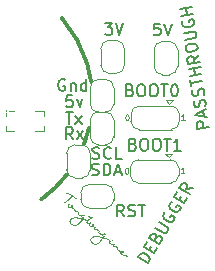
<source format=gto>
G04 #@! TF.GenerationSoftware,KiCad,Pcbnew,(7.0.0-0)*
G04 #@! TF.CreationDate,2024-01-25T23:02:32+08:00*
G04 #@! TF.ProjectId,SWDProgrammer,53574450-726f-4677-9261-6d6d65722e6b,rev?*
G04 #@! TF.SameCoordinates,Original*
G04 #@! TF.FileFunction,Legend,Top*
G04 #@! TF.FilePolarity,Positive*
%FSLAX46Y46*%
G04 Gerber Fmt 4.6, Leading zero omitted, Abs format (unit mm)*
G04 Created by KiCad (PCBNEW (7.0.0-0)) date 2024-01-25 23:02:32*
%MOMM*%
%LPD*%
G01*
G04 APERTURE LIST*
G04 Aperture macros list*
%AMHorizOval*
0 Thick line with rounded ends*
0 $1 width*
0 $2 $3 position (X,Y) of the first rounded end (center of the circle)*
0 $4 $5 position (X,Y) of the second rounded end (center of the circle)*
0 Add line between two ends*
20,1,$1,$2,$3,$4,$5,0*
0 Add two circle primitives to create the rounded ends*
1,1,$1,$2,$3*
1,1,$1,$4,$5*%
%AMOutline5P*
0 Free polygon, 5 corners , with rotation*
0 The origin of the aperture is its center*
0 number of corners: always 5*
0 $1 to $10 corner X, Y*
0 $11 Rotation angle, in degrees counterclockwise*
0 create outline with 5 corners*
4,1,5,$1,$2,$3,$4,$5,$6,$7,$8,$9,$10,$1,$2,$11*%
%AMOutline6P*
0 Free polygon, 6 corners , with rotation*
0 The origin of the aperture is its center*
0 number of corners: always 6*
0 $1 to $12 corner X, Y*
0 $13 Rotation angle, in degrees counterclockwise*
0 create outline with 6 corners*
4,1,6,$1,$2,$3,$4,$5,$6,$7,$8,$9,$10,$11,$12,$1,$2,$13*%
%AMOutline7P*
0 Free polygon, 7 corners , with rotation*
0 The origin of the aperture is its center*
0 number of corners: always 7*
0 $1 to $14 corner X, Y*
0 $15 Rotation angle, in degrees counterclockwise*
0 create outline with 7 corners*
4,1,7,$1,$2,$3,$4,$5,$6,$7,$8,$9,$10,$11,$12,$13,$14,$1,$2,$15*%
%AMOutline8P*
0 Free polygon, 8 corners , with rotation*
0 The origin of the aperture is its center*
0 number of corners: always 8*
0 $1 to $16 corner X, Y*
0 $17 Rotation angle, in degrees counterclockwise*
0 create outline with 8 corners*
4,1,8,$1,$2,$3,$4,$5,$6,$7,$8,$9,$10,$11,$12,$13,$14,$15,$16,$1,$2,$17*%
%AMFreePoly0*
4,1,19,0.550000,-0.750000,0.000000,-0.750000,0.000000,-0.744911,-0.071157,-0.744911,-0.207708,-0.704816,-0.327430,-0.627875,-0.420627,-0.520320,-0.479746,-0.390866,-0.500000,-0.250000,-0.500000,0.250000,-0.479746,0.390866,-0.420627,0.520320,-0.327430,0.627875,-0.207708,0.704816,-0.071157,0.744911,0.000000,0.744911,0.000000,0.750000,0.550000,0.750000,0.550000,-0.750000,0.550000,-0.750000,
$1*%
%AMFreePoly1*
4,1,19,0.000000,0.744911,0.071157,0.744911,0.207708,0.704816,0.327430,0.627875,0.420627,0.520320,0.479746,0.390866,0.500000,0.250000,0.500000,-0.250000,0.479746,-0.390866,0.420627,-0.520320,0.327430,-0.627875,0.207708,-0.704816,0.071157,-0.744911,0.000000,-0.744911,0.000000,-0.750000,-0.550000,-0.750000,-0.550000,0.750000,0.000000,0.750000,0.000000,0.744911,0.000000,0.744911,
$1*%
%AMFreePoly2*
4,1,19,0.500000,-0.750000,0.000000,-0.750000,0.000000,-0.744911,-0.071157,-0.744911,-0.207708,-0.704816,-0.327430,-0.627875,-0.420627,-0.520320,-0.479746,-0.390866,-0.500000,-0.250000,-0.500000,0.250000,-0.479746,0.390866,-0.420627,0.520320,-0.327430,0.627875,-0.207708,0.704816,-0.071157,0.744911,0.000000,0.744911,0.000000,0.750000,0.500000,0.750000,0.500000,-0.750000,0.500000,-0.750000,
$1*%
%AMFreePoly3*
4,1,19,0.000000,0.744911,0.071157,0.744911,0.207708,0.704816,0.327430,0.627875,0.420627,0.520320,0.479746,0.390866,0.500000,0.250000,0.500000,-0.250000,0.479746,-0.390866,0.420627,-0.520320,0.327430,-0.627875,0.207708,-0.704816,0.071157,-0.744911,0.000000,-0.744911,0.000000,-0.750000,-0.500000,-0.750000,-0.500000,0.750000,0.000000,0.750000,0.000000,0.744911,0.000000,0.744911,
$1*%
G04 Aperture macros list end*
%ADD10C,0.300000*%
%ADD11C,0.200000*%
%ADD12C,0.100000*%
%ADD13C,0.120000*%
%ADD14C,0.150000*%
%ADD15FreePoly0,180.000000*%
%ADD16R,1.000000X1.500000*%
%ADD17FreePoly1,180.000000*%
%ADD18FreePoly2,90.000000*%
%ADD19FreePoly3,90.000000*%
%ADD20FreePoly2,0.000000*%
%ADD21FreePoly3,0.000000*%
%ADD22R,0.180000X0.370000*%
%ADD23Outline5P,-0.175000X0.140000X0.091000X0.140000X0.175000X0.056000X0.175000X-0.140000X-0.175000X-0.140000X180.000000*%
%ADD24Outline6P,-0.115000X0.360000X0.023000X0.360000X0.115000X0.268000X0.115000X-0.268000X0.023000X-0.360000X-0.115000X-0.360000X0.000000*%
%ADD25Outline5P,-0.175000X0.140000X0.175000X0.140000X0.175000X-0.056000X0.091000X-0.140000X-0.175000X-0.140000X180.000000*%
%ADD26Outline5P,-0.175000X0.140000X0.175000X0.140000X0.175000X-0.056000X0.091000X-0.140000X-0.175000X-0.140000X0.000000*%
%ADD27Outline6P,-0.115000X0.268000X-0.023000X0.360000X0.115000X0.360000X0.115000X-0.360000X-0.023000X-0.360000X-0.115000X-0.268000X0.000000*%
%ADD28Outline5P,-0.175000X0.140000X0.091000X0.140000X0.175000X0.056000X0.175000X-0.140000X-0.175000X-0.140000X0.000000*%
%ADD29HorizOval,1.000000X-0.508829X0.317952X0.508829X-0.317952X0*%
%ADD30HorizOval,1.000000X-0.339219X0.211968X0.339219X-0.211968X0*%
%ADD31HorizOval,1.000000X0.594161X0.083504X-0.594161X-0.083504X0*%
%ADD32HorizOval,1.000000X0.396107X0.055669X-0.396107X-0.055669X0*%
G04 APERTURE END LIST*
D10*
X139735526Y-63770878D02*
G75*
G03*
X140154265Y-62427117I-9735526J3770878D01*
G01*
X136104033Y-68478281D02*
G75*
G03*
X138276481Y-66374978I-6104033J8478281D01*
G01*
X140335182Y-58522162D02*
G75*
G03*
X140000000Y-57000000I-10335182J-1477838D01*
G01*
X140000000Y-57000000D02*
G75*
G03*
X137857131Y-53125010I-10000000J-3000000D01*
G01*
D11*
X138731590Y-59656387D02*
X138255400Y-59656387D01*
X138255400Y-59656387D02*
X138207781Y-60132578D01*
X138207781Y-60132578D02*
X138255400Y-60084959D01*
X138255400Y-60084959D02*
X138350638Y-60037340D01*
X138350638Y-60037340D02*
X138588733Y-60037340D01*
X138588733Y-60037340D02*
X138683971Y-60084959D01*
X138683971Y-60084959D02*
X138731590Y-60132578D01*
X138731590Y-60132578D02*
X138779209Y-60227816D01*
X138779209Y-60227816D02*
X138779209Y-60465911D01*
X138779209Y-60465911D02*
X138731590Y-60561149D01*
X138731590Y-60561149D02*
X138683971Y-60608768D01*
X138683971Y-60608768D02*
X138588733Y-60656387D01*
X138588733Y-60656387D02*
X138350638Y-60656387D01*
X138350638Y-60656387D02*
X138255400Y-60608768D01*
X138255400Y-60608768D02*
X138207781Y-60561149D01*
X139112543Y-59989721D02*
X139350638Y-60656387D01*
X139350638Y-60656387D02*
X139588733Y-59989721D01*
X146164285Y-53582380D02*
X145688095Y-53582380D01*
X145688095Y-53582380D02*
X145640476Y-54058571D01*
X145640476Y-54058571D02*
X145688095Y-54010952D01*
X145688095Y-54010952D02*
X145783333Y-53963333D01*
X145783333Y-53963333D02*
X146021428Y-53963333D01*
X146021428Y-53963333D02*
X146116666Y-54010952D01*
X146116666Y-54010952D02*
X146164285Y-54058571D01*
X146164285Y-54058571D02*
X146211904Y-54153809D01*
X146211904Y-54153809D02*
X146211904Y-54391904D01*
X146211904Y-54391904D02*
X146164285Y-54487142D01*
X146164285Y-54487142D02*
X146116666Y-54534761D01*
X146116666Y-54534761D02*
X146021428Y-54582380D01*
X146021428Y-54582380D02*
X145783333Y-54582380D01*
X145783333Y-54582380D02*
X145688095Y-54534761D01*
X145688095Y-54534761D02*
X145640476Y-54487142D01*
X146497619Y-53582380D02*
X146830952Y-54582380D01*
X146830952Y-54582380D02*
X147164285Y-53582380D01*
G36*
X138077759Y-68785333D02*
G01*
X138086861Y-68791332D01*
X138096197Y-68794419D01*
X138106354Y-68795156D01*
X138116771Y-68793116D01*
X138126884Y-68787868D01*
X138128500Y-68786652D01*
X138149584Y-68770616D01*
X138170605Y-68754489D01*
X138191562Y-68738274D01*
X138212454Y-68721972D01*
X138233279Y-68705585D01*
X138254036Y-68689115D01*
X138274724Y-68672564D01*
X138295341Y-68655932D01*
X138315887Y-68639223D01*
X138336359Y-68622437D01*
X138356758Y-68605576D01*
X138377080Y-68588643D01*
X138397326Y-68571638D01*
X138417494Y-68554565D01*
X138437583Y-68537423D01*
X138457591Y-68520216D01*
X138477517Y-68502945D01*
X138497360Y-68485611D01*
X138517118Y-68468217D01*
X138536791Y-68450764D01*
X138556377Y-68433253D01*
X138575874Y-68415688D01*
X138595282Y-68398068D01*
X138614599Y-68380397D01*
X138633825Y-68362676D01*
X138652956Y-68344906D01*
X138671994Y-68327089D01*
X138690935Y-68309228D01*
X138709779Y-68291324D01*
X138728525Y-68273378D01*
X138747171Y-68255392D01*
X138765716Y-68237368D01*
X138777057Y-68245330D01*
X138788456Y-68253405D01*
X138799909Y-68261591D01*
X138811413Y-68269881D01*
X138822962Y-68278272D01*
X138834553Y-68286760D01*
X138846181Y-68295341D01*
X138857842Y-68304009D01*
X138869532Y-68312761D01*
X138881246Y-68321592D01*
X138892981Y-68330498D01*
X138904731Y-68339475D01*
X138916493Y-68348518D01*
X138928262Y-68357623D01*
X138940034Y-68366785D01*
X138951805Y-68376001D01*
X139047008Y-68450219D01*
X139055313Y-68455541D01*
X139066155Y-68459372D01*
X139077084Y-68460370D01*
X139087640Y-68458860D01*
X139097367Y-68455168D01*
X139105805Y-68449618D01*
X139110059Y-68445531D01*
X139116644Y-68435901D01*
X139120143Y-68426633D01*
X139121499Y-68416721D01*
X139120400Y-68406620D01*
X139116535Y-68396788D01*
X139109590Y-68387679D01*
X139107803Y-68385984D01*
X139105625Y-68384023D01*
X139098017Y-68377718D01*
X139090381Y-68371432D01*
X139082718Y-68365164D01*
X139075030Y-68358914D01*
X139067317Y-68352682D01*
X139059581Y-68346468D01*
X139051822Y-68340271D01*
X139044041Y-68334092D01*
X139036239Y-68327931D01*
X139028417Y-68321786D01*
X139020576Y-68315659D01*
X139012717Y-68309548D01*
X139004841Y-68303454D01*
X138996949Y-68297376D01*
X138989041Y-68291315D01*
X138981119Y-68285269D01*
X138973184Y-68279240D01*
X138965237Y-68273226D01*
X138957278Y-68267228D01*
X138949308Y-68261245D01*
X138941329Y-68255277D01*
X138933341Y-68249325D01*
X138925346Y-68243387D01*
X138917344Y-68237464D01*
X138909336Y-68231555D01*
X138901323Y-68225661D01*
X138893306Y-68219781D01*
X138885286Y-68213915D01*
X138877264Y-68208062D01*
X138869241Y-68202223D01*
X138861217Y-68196398D01*
X138853195Y-68190586D01*
X138841174Y-68181901D01*
X138829110Y-68173207D01*
X138816999Y-68164510D01*
X138804843Y-68155816D01*
X138792640Y-68147132D01*
X138780389Y-68138463D01*
X138768089Y-68129818D01*
X138755740Y-68121201D01*
X138743340Y-68112619D01*
X138730888Y-68104080D01*
X138718384Y-68095588D01*
X138705827Y-68087151D01*
X138693216Y-68078775D01*
X138680549Y-68070466D01*
X138667826Y-68062232D01*
X138655047Y-68054077D01*
X138642210Y-68046009D01*
X138629314Y-68038034D01*
X138616359Y-68030159D01*
X138603343Y-68022389D01*
X138590266Y-68014732D01*
X138577126Y-68007193D01*
X138563923Y-67999780D01*
X138550656Y-67992497D01*
X138537325Y-67985353D01*
X138523927Y-67978354D01*
X138510463Y-67971505D01*
X138496931Y-67964813D01*
X138483330Y-67958284D01*
X138469660Y-67951926D01*
X138455919Y-67945744D01*
X138442108Y-67939745D01*
X138431467Y-67935263D01*
X138420586Y-67930806D01*
X138409486Y-67926437D01*
X138398188Y-67922215D01*
X138386714Y-67918202D01*
X138375085Y-67914460D01*
X138363321Y-67911048D01*
X138351445Y-67908027D01*
X138339476Y-67905460D01*
X138327437Y-67903406D01*
X138315349Y-67901926D01*
X138303232Y-67901083D01*
X138291109Y-67900935D01*
X138278999Y-67901546D01*
X138266925Y-67902974D01*
X138254907Y-67905283D01*
X138245247Y-67909186D01*
X138236846Y-67915135D01*
X138233627Y-67918331D01*
X138227356Y-67927740D01*
X138223914Y-67937652D01*
X138223129Y-67948436D01*
X138225829Y-67959303D01*
X138231337Y-67967853D01*
X138234487Y-67971033D01*
X138242784Y-67976912D01*
X138252379Y-67981408D01*
X138262206Y-67984605D01*
X138273761Y-67987168D01*
X138284291Y-67988678D01*
X138295998Y-67989637D01*
X138299112Y-67989783D01*
X138310256Y-67991072D01*
X138321319Y-67992905D01*
X138332877Y-67995489D01*
X138343306Y-67998305D01*
X138355374Y-68002035D01*
X138369196Y-68006824D01*
X138379442Y-68010677D01*
X138390555Y-68015108D01*
X138402567Y-68020160D01*
X138415036Y-68025539D01*
X138427438Y-68031109D01*
X138439774Y-68036862D01*
X138452045Y-68042787D01*
X138464250Y-68048875D01*
X138476390Y-68055116D01*
X138488465Y-68061499D01*
X138500475Y-68068015D01*
X138512421Y-68074654D01*
X138524302Y-68081406D01*
X138536120Y-68088261D01*
X138547873Y-68095209D01*
X138559563Y-68102241D01*
X138571190Y-68109346D01*
X138582754Y-68116515D01*
X138594255Y-68123738D01*
X138604035Y-68129866D01*
X138613827Y-68136023D01*
X138623575Y-68142176D01*
X138633223Y-68148293D01*
X138642716Y-68154341D01*
X138651998Y-68160289D01*
X138661014Y-68166105D01*
X138669707Y-68171756D01*
X138678024Y-68177210D01*
X138688430Y-68184120D01*
X138690895Y-68185775D01*
X138673195Y-68202900D01*
X138655395Y-68219995D01*
X138637496Y-68237061D01*
X138619497Y-68254095D01*
X138601401Y-68271096D01*
X138583208Y-68288062D01*
X138564919Y-68304991D01*
X138546533Y-68321883D01*
X138528053Y-68338736D01*
X138509478Y-68355547D01*
X138490810Y-68372316D01*
X138472049Y-68389042D01*
X138453195Y-68405721D01*
X138434250Y-68422354D01*
X138415215Y-68438938D01*
X138396089Y-68455473D01*
X138376874Y-68471955D01*
X138357570Y-68488385D01*
X138338179Y-68504760D01*
X138318700Y-68521079D01*
X138299135Y-68537340D01*
X138279483Y-68553542D01*
X138259747Y-68569683D01*
X138239927Y-68585763D01*
X138220023Y-68601778D01*
X138200035Y-68617728D01*
X138179966Y-68633611D01*
X138159815Y-68649426D01*
X138139584Y-68665171D01*
X138119272Y-68680845D01*
X138098881Y-68696445D01*
X138078411Y-68711972D01*
X138073181Y-68717780D01*
X138067351Y-68726013D01*
X138063126Y-68737287D01*
X138061971Y-68749046D01*
X138063533Y-68760638D01*
X138067456Y-68771414D01*
X138073386Y-68780723D01*
X138077759Y-68785333D01*
G37*
G36*
X138553148Y-68829619D02*
G01*
X138563495Y-68832557D01*
X138572020Y-68837946D01*
X138574816Y-68840841D01*
X138580325Y-68849812D01*
X138583631Y-68860603D01*
X138584625Y-68872392D01*
X138583195Y-68884358D01*
X138579230Y-68895680D01*
X138572622Y-68905535D01*
X138572087Y-68906112D01*
X138563708Y-68912544D01*
X138554385Y-68916738D01*
X138544625Y-68919109D01*
X138532805Y-68921206D01*
X138521117Y-68924183D01*
X138509677Y-68928048D01*
X138498605Y-68932805D01*
X138488017Y-68938461D01*
X138478033Y-68945022D01*
X138468768Y-68952493D01*
X138460343Y-68960881D01*
X138454683Y-68967713D01*
X138449030Y-68975907D01*
X138444289Y-68984551D01*
X138443017Y-68987667D01*
X138439883Y-68996972D01*
X138437291Y-69009216D01*
X138436517Y-69021171D01*
X138437561Y-69032722D01*
X138440427Y-69043757D01*
X138445116Y-69054161D01*
X138451631Y-69063820D01*
X138459973Y-69072622D01*
X138469666Y-69079377D01*
X138473973Y-69081975D01*
X138482863Y-69086780D01*
X138492080Y-69091069D01*
X138501573Y-69094847D01*
X138511293Y-69098119D01*
X138521187Y-69100891D01*
X138531207Y-69103168D01*
X138541301Y-69104955D01*
X138551419Y-69106257D01*
X138561511Y-69107079D01*
X138571527Y-69107427D01*
X138581416Y-69107305D01*
X138595901Y-69106254D01*
X138609817Y-69104176D01*
X138622993Y-69101088D01*
X138621964Y-69098778D01*
X138618385Y-69089329D01*
X138615575Y-69079754D01*
X138613269Y-69069071D01*
X138611719Y-69057519D01*
X138611271Y-69049003D01*
X138700535Y-69049003D01*
X138700960Y-69057563D01*
X138701753Y-69056679D01*
X138708697Y-69048618D01*
X138716008Y-69039374D01*
X138722375Y-69029929D01*
X138724894Y-69019307D01*
X138718359Y-69016709D01*
X138716855Y-69016290D01*
X138707430Y-69019357D01*
X138703006Y-69027844D01*
X138700983Y-69038552D01*
X138700535Y-69049003D01*
X138611271Y-69049003D01*
X138611187Y-69047403D01*
X138611495Y-69035338D01*
X138612882Y-69023334D01*
X138615308Y-69011527D01*
X138618736Y-69000053D01*
X138623129Y-68989047D01*
X138628450Y-68978645D01*
X138634661Y-68968983D01*
X138641724Y-68960196D01*
X138648777Y-68953128D01*
X138656540Y-68946792D01*
X138664956Y-68941228D01*
X138673967Y-68936477D01*
X138683517Y-68932582D01*
X138693551Y-68929584D01*
X138704010Y-68927525D01*
X138714839Y-68926445D01*
X138719808Y-68926493D01*
X138731989Y-68927591D01*
X138743711Y-68930002D01*
X138754825Y-68933623D01*
X138765183Y-68938351D01*
X138774637Y-68944082D01*
X138783040Y-68950714D01*
X138787292Y-68954815D01*
X138794935Y-68963858D01*
X138801352Y-68973908D01*
X138806450Y-68984835D01*
X138810139Y-68996504D01*
X138812325Y-69008783D01*
X138812917Y-69021538D01*
X138812260Y-69031338D01*
X138810614Y-69041275D01*
X138808101Y-69051043D01*
X138804877Y-69060753D01*
X138800978Y-69070341D01*
X138796439Y-69079741D01*
X138791294Y-69088889D01*
X138785580Y-69097720D01*
X138779331Y-69106170D01*
X138772583Y-69114174D01*
X138752210Y-69128040D01*
X138754088Y-69126979D01*
X138762630Y-69132163D01*
X138772531Y-69140173D01*
X138782571Y-69147989D01*
X138792741Y-69155625D01*
X138803034Y-69163094D01*
X138813439Y-69170409D01*
X138823950Y-69177584D01*
X138834558Y-69184630D01*
X138845254Y-69191563D01*
X138856029Y-69198393D01*
X138866876Y-69205136D01*
X138877786Y-69211803D01*
X138888750Y-69218408D01*
X138899761Y-69224964D01*
X138910809Y-69231484D01*
X138921886Y-69237981D01*
X138932984Y-69244468D01*
X138941026Y-69249408D01*
X138944499Y-69252942D01*
X138950911Y-69262971D01*
X138954294Y-69274145D01*
X138954919Y-69285762D01*
X138953059Y-69297118D01*
X138948986Y-69307510D01*
X138942971Y-69316235D01*
X138940806Y-69318443D01*
X138931655Y-69324851D01*
X138922269Y-69328310D01*
X138911934Y-69329425D01*
X138901098Y-69327756D01*
X138892010Y-69323921D01*
X138879667Y-69316755D01*
X138867149Y-69309528D01*
X138854491Y-69302225D01*
X138841732Y-69294832D01*
X138828909Y-69287332D01*
X138816058Y-69279711D01*
X138803218Y-69271954D01*
X138790425Y-69264045D01*
X138777716Y-69255970D01*
X138765129Y-69247713D01*
X138752701Y-69239260D01*
X138740469Y-69230594D01*
X138728471Y-69221701D01*
X138716743Y-69212567D01*
X138705322Y-69203174D01*
X138694247Y-69193510D01*
X138677821Y-69177077D01*
X138662254Y-69182455D01*
X138645721Y-69186940D01*
X138628377Y-69190503D01*
X138610376Y-69193112D01*
X138591871Y-69194735D01*
X138573016Y-69195343D01*
X138553966Y-69194904D01*
X138534874Y-69193388D01*
X138515894Y-69190763D01*
X138497180Y-69186999D01*
X138478886Y-69182065D01*
X138461166Y-69175930D01*
X138444174Y-69168563D01*
X138428064Y-69159934D01*
X138412989Y-69150011D01*
X138399104Y-69138763D01*
X138396296Y-69136161D01*
X138389436Y-69129168D01*
X138382865Y-69121541D01*
X138376655Y-69113361D01*
X138370876Y-69104705D01*
X138365601Y-69095655D01*
X138360901Y-69086288D01*
X138356717Y-69076194D01*
X138353305Y-69065886D01*
X138350650Y-69055405D01*
X138348733Y-69044787D01*
X138347539Y-69034073D01*
X138347051Y-69023301D01*
X138347252Y-69012511D01*
X138348126Y-69001740D01*
X138349655Y-68991028D01*
X138351823Y-68980414D01*
X138354613Y-68969937D01*
X138358009Y-68959635D01*
X138361993Y-68949547D01*
X138366550Y-68939713D01*
X138371662Y-68930171D01*
X138377313Y-68920959D01*
X138392585Y-68902173D01*
X138399877Y-68894505D01*
X138407521Y-68887289D01*
X138415495Y-68880517D01*
X138423777Y-68874181D01*
X138432348Y-68868273D01*
X138441186Y-68862787D01*
X138450269Y-68857715D01*
X138459577Y-68853048D01*
X138469088Y-68848781D01*
X138478781Y-68844905D01*
X138488635Y-68841412D01*
X138498629Y-68838296D01*
X138508742Y-68835548D01*
X138518952Y-68833162D01*
X138529238Y-68831129D01*
X138539580Y-68829443D01*
X138543013Y-68829138D01*
X138553148Y-68829619D01*
G37*
G36*
X139214768Y-69776892D02*
G01*
X139222884Y-69783675D01*
X139231407Y-69789939D01*
X139240178Y-69795790D01*
X139249040Y-69801334D01*
X139254084Y-69804404D01*
X139269671Y-69812971D01*
X139285646Y-69820980D01*
X139301967Y-69828469D01*
X139318596Y-69835474D01*
X139335492Y-69842033D01*
X139352616Y-69848182D01*
X139369927Y-69853957D01*
X139387386Y-69859397D01*
X139404954Y-69864536D01*
X139422589Y-69869413D01*
X139440252Y-69874065D01*
X139457904Y-69878527D01*
X139475504Y-69882836D01*
X139493013Y-69887030D01*
X139510390Y-69891146D01*
X139527596Y-69895219D01*
X139538215Y-69896462D01*
X139548214Y-69895227D01*
X139558406Y-69891280D01*
X139566750Y-69885184D01*
X139568483Y-69883392D01*
X139574149Y-69874899D01*
X139577847Y-69864586D01*
X139579393Y-69853251D01*
X139578604Y-69841691D01*
X139575296Y-69830703D01*
X139569285Y-69821085D01*
X139566083Y-69817799D01*
X139557838Y-69812210D01*
X139548463Y-69808634D01*
X139545153Y-69807828D01*
X139526242Y-69803322D01*
X139516595Y-69800972D01*
X139506844Y-69798557D01*
X139497009Y-69796077D01*
X139487111Y-69793534D01*
X139477167Y-69790926D01*
X139467198Y-69788255D01*
X139457221Y-69785521D01*
X139447258Y-69782724D01*
X139437326Y-69779864D01*
X139427446Y-69776942D01*
X139417635Y-69773958D01*
X139407915Y-69770912D01*
X139398303Y-69767804D01*
X139388819Y-69764635D01*
X139379483Y-69761406D01*
X139361328Y-69754765D01*
X139343994Y-69747884D01*
X139327634Y-69740765D01*
X139312401Y-69733410D01*
X139298451Y-69725822D01*
X139285935Y-69718003D01*
X139275009Y-69709956D01*
X139270191Y-69705848D01*
X139268158Y-69703360D01*
X139269441Y-69690930D01*
X139271373Y-69678962D01*
X139273753Y-69667363D01*
X139276382Y-69656037D01*
X139279057Y-69644890D01*
X139281579Y-69633827D01*
X139283746Y-69622753D01*
X139285357Y-69611574D01*
X139286213Y-69600196D01*
X139286112Y-69588523D01*
X139285414Y-69580531D01*
X139283273Y-69569766D01*
X139280449Y-69559366D01*
X139276967Y-69549331D01*
X139272854Y-69539660D01*
X139268136Y-69530352D01*
X139262841Y-69521407D01*
X139256994Y-69512824D01*
X139250621Y-69504603D01*
X139243750Y-69496743D01*
X139236407Y-69489245D01*
X139231263Y-69484446D01*
X139221323Y-69476058D01*
X139210756Y-69468187D01*
X139199646Y-69460847D01*
X139188076Y-69454053D01*
X139176133Y-69447819D01*
X139163900Y-69442159D01*
X139151462Y-69437088D01*
X139138903Y-69432620D01*
X139126308Y-69428770D01*
X139113761Y-69425551D01*
X139105466Y-69423764D01*
X139095366Y-69421888D01*
X139085198Y-69420172D01*
X139074984Y-69418570D01*
X139064748Y-69417040D01*
X139054510Y-69415535D01*
X139044295Y-69414013D01*
X139034123Y-69412428D01*
X139024019Y-69410738D01*
X139014004Y-69408896D01*
X139004101Y-69406860D01*
X138994332Y-69404585D01*
X138984721Y-69402026D01*
X138975288Y-69399140D01*
X138966058Y-69395882D01*
X138952640Y-69390201D01*
X138948293Y-69388073D01*
X138939504Y-69382794D01*
X138931123Y-69377459D01*
X138925004Y-69372691D01*
X138918103Y-69365537D01*
X138919186Y-69355461D01*
X138924211Y-69347656D01*
X138932576Y-69339862D01*
X138941910Y-69333442D01*
X138952017Y-69327805D01*
X138962699Y-69322359D01*
X138971527Y-69317743D01*
X138980495Y-69312569D01*
X138989503Y-69306533D01*
X138995452Y-69297320D01*
X138998238Y-69287103D01*
X138998252Y-69276492D01*
X138995888Y-69266095D01*
X138991537Y-69256521D01*
X138985591Y-69248379D01*
X138982854Y-69245659D01*
X138974891Y-69239830D01*
X138965568Y-69235554D01*
X138955296Y-69233344D01*
X138944483Y-69233711D01*
X138933541Y-69237167D01*
X138929936Y-69239094D01*
X138920092Y-69244548D01*
X138910183Y-69250195D01*
X138900332Y-69256086D01*
X138890660Y-69262273D01*
X138881291Y-69268809D01*
X138872345Y-69275747D01*
X138863947Y-69283138D01*
X138856217Y-69291035D01*
X138849604Y-69299204D01*
X138843980Y-69307869D01*
X138839339Y-69316952D01*
X138835676Y-69326379D01*
X138832984Y-69336072D01*
X138831258Y-69345954D01*
X138830492Y-69355950D01*
X138830680Y-69365982D01*
X138831816Y-69375976D01*
X138833895Y-69385853D01*
X138836911Y-69395537D01*
X138840859Y-69404953D01*
X138845731Y-69414023D01*
X138851523Y-69422672D01*
X138858229Y-69430822D01*
X138865842Y-69438397D01*
X138876079Y-69446882D01*
X138886937Y-69454541D01*
X138898352Y-69461431D01*
X138910258Y-69467610D01*
X138922589Y-69473133D01*
X138935282Y-69478060D01*
X138948269Y-69482446D01*
X138961485Y-69486348D01*
X138974866Y-69489825D01*
X138988345Y-69492932D01*
X139001858Y-69495728D01*
X139015338Y-69498269D01*
X139028721Y-69500613D01*
X139041942Y-69502816D01*
X139054934Y-69504936D01*
X139067632Y-69507029D01*
X139078002Y-69509111D01*
X139088431Y-69511414D01*
X139098847Y-69513996D01*
X139109181Y-69516912D01*
X139119363Y-69520217D01*
X139129324Y-69523969D01*
X139138993Y-69528221D01*
X139148302Y-69533032D01*
X139157180Y-69538455D01*
X139165558Y-69544547D01*
X139170830Y-69549007D01*
X139181829Y-69560883D01*
X139187752Y-69569463D01*
X139193126Y-69582899D01*
X139195005Y-69596970D01*
X139194196Y-69611623D01*
X139192564Y-69621691D01*
X139190335Y-69631980D01*
X139187749Y-69642476D01*
X139185047Y-69653163D01*
X139182467Y-69664027D01*
X139180248Y-69675051D01*
X139178630Y-69686222D01*
X139177853Y-69697523D01*
X139178155Y-69708941D01*
X139179777Y-69720459D01*
X139181157Y-69726251D01*
X139185330Y-69737137D01*
X139190586Y-69747399D01*
X139196834Y-69757020D01*
X139203984Y-69765986D01*
X139211948Y-69774279D01*
X139214768Y-69776892D01*
G37*
G36*
X139688509Y-69758882D02*
G01*
X139706417Y-69761211D01*
X139724168Y-69765094D01*
X139741614Y-69770512D01*
X139758608Y-69777447D01*
X139775001Y-69785879D01*
X139790647Y-69795789D01*
X139805397Y-69807160D01*
X139806305Y-69807977D01*
X139809742Y-69811437D01*
X139816059Y-69820958D01*
X139819367Y-69831281D01*
X139819974Y-69841857D01*
X139818189Y-69852135D01*
X139814318Y-69861564D01*
X139808669Y-69869594D01*
X139804411Y-69873685D01*
X139795953Y-69879256D01*
X139786202Y-69882976D01*
X139775626Y-69884507D01*
X139764694Y-69883513D01*
X139753875Y-69879655D01*
X139745618Y-69874281D01*
X139741720Y-69871230D01*
X139733630Y-69865566D01*
X139725200Y-69860516D01*
X139712058Y-69854166D01*
X139698513Y-69849389D01*
X139684782Y-69846303D01*
X139671082Y-69845022D01*
X139657631Y-69845664D01*
X139644646Y-69848343D01*
X139632344Y-69853176D01*
X139620942Y-69860279D01*
X139610659Y-69869767D01*
X139600071Y-69885541D01*
X139597856Y-69889609D01*
X139593543Y-69899914D01*
X139591095Y-69910274D01*
X139590659Y-69920519D01*
X139592379Y-69930479D01*
X139596401Y-69939984D01*
X139602871Y-69948864D01*
X139607772Y-69953277D01*
X139609150Y-69954487D01*
X139618058Y-69960982D01*
X139627719Y-69965868D01*
X139637677Y-69968733D01*
X139647470Y-69969162D01*
X139658075Y-69966033D01*
X139661635Y-69964448D01*
X139672446Y-69961512D01*
X139683153Y-69961118D01*
X139693374Y-69963024D01*
X139702727Y-69966991D01*
X139710830Y-69972780D01*
X139717940Y-69981385D01*
X139722653Y-69992039D01*
X139724440Y-70001989D01*
X139724020Y-70012492D01*
X139721147Y-70023154D01*
X139715573Y-70033580D01*
X139664961Y-70100740D01*
X139675749Y-70103676D01*
X139686597Y-70106670D01*
X139697503Y-70109724D01*
X139708464Y-70112837D01*
X139719477Y-70116007D01*
X139730539Y-70119236D01*
X139741647Y-70122523D01*
X139752798Y-70125867D01*
X139763989Y-70129268D01*
X139775217Y-70132726D01*
X139786479Y-70136240D01*
X139797772Y-70139811D01*
X139809093Y-70143439D01*
X139820439Y-70147121D01*
X139831807Y-70150860D01*
X139843194Y-70154653D01*
X139854597Y-70158501D01*
X139866013Y-70162404D01*
X139877440Y-70166362D01*
X139888873Y-70170373D01*
X139900310Y-70174438D01*
X139911749Y-70178556D01*
X139923185Y-70182728D01*
X139934617Y-70186953D01*
X139946041Y-70191230D01*
X139957454Y-70195559D01*
X139968853Y-70199941D01*
X139980235Y-70204374D01*
X139991598Y-70208859D01*
X140002937Y-70213394D01*
X140014251Y-70217981D01*
X140025536Y-70222619D01*
X140037825Y-70229411D01*
X140041037Y-70232668D01*
X140046892Y-70241773D01*
X140049869Y-70251799D01*
X140050255Y-70262175D01*
X140048338Y-70272334D01*
X140044403Y-70281705D01*
X140038737Y-70289720D01*
X140036452Y-70292071D01*
X140028417Y-70298216D01*
X140018981Y-70302684D01*
X140008614Y-70305067D01*
X139997789Y-70304956D01*
X139986976Y-70301945D01*
X139977119Y-70298657D01*
X139965628Y-70294345D01*
X139954114Y-70290066D01*
X139942579Y-70285819D01*
X139931023Y-70281604D01*
X139919450Y-70277423D01*
X139907860Y-70273275D01*
X139896255Y-70269161D01*
X139884637Y-70265080D01*
X139873008Y-70261034D01*
X139861368Y-70257023D01*
X139849720Y-70253046D01*
X139838065Y-70249105D01*
X139826405Y-70245199D01*
X139814742Y-70241330D01*
X139803077Y-70237496D01*
X139791411Y-70233699D01*
X139779747Y-70229940D01*
X139768087Y-70226217D01*
X139756430Y-70222532D01*
X139744780Y-70218884D01*
X139733139Y-70215275D01*
X139721506Y-70211705D01*
X139709885Y-70208173D01*
X139698277Y-70204681D01*
X139686683Y-70201228D01*
X139675105Y-70197815D01*
X139663546Y-70194442D01*
X139652005Y-70191110D01*
X139640485Y-70187818D01*
X139628989Y-70184568D01*
X139617516Y-70181359D01*
X139606069Y-70178192D01*
X139604925Y-70179462D01*
X139394744Y-70458885D01*
X139392424Y-70461846D01*
X139385353Y-70470580D01*
X139378143Y-70479121D01*
X139370839Y-70487508D01*
X139363483Y-70495778D01*
X139356119Y-70503972D01*
X139350084Y-70510623D01*
X139340918Y-70520518D01*
X139331617Y-70530300D01*
X139322176Y-70539953D01*
X139312594Y-70549460D01*
X139302868Y-70558803D01*
X139292995Y-70567965D01*
X139282972Y-70576931D01*
X139272797Y-70585681D01*
X139262468Y-70594201D01*
X139251981Y-70602473D01*
X139243988Y-70608485D01*
X139235877Y-70614370D01*
X139227653Y-70620124D01*
X139219318Y-70625745D01*
X139210876Y-70631228D01*
X139202330Y-70636571D01*
X139193682Y-70641769D01*
X139184937Y-70646820D01*
X139176096Y-70651719D01*
X139167164Y-70656463D01*
X139158144Y-70661049D01*
X139149038Y-70665473D01*
X139139850Y-70669731D01*
X139130582Y-70673821D01*
X139121239Y-70677739D01*
X139111823Y-70681481D01*
X139102337Y-70685044D01*
X139092785Y-70688424D01*
X139083169Y-70691617D01*
X139073493Y-70694621D01*
X139063760Y-70697432D01*
X139053973Y-70700046D01*
X139044135Y-70702460D01*
X139034249Y-70704670D01*
X139024319Y-70706673D01*
X139014348Y-70708466D01*
X139004338Y-70710044D01*
X138994293Y-70711404D01*
X138984216Y-70712544D01*
X138974110Y-70713459D01*
X138963978Y-70714145D01*
X138953824Y-70714600D01*
X138942840Y-70714776D01*
X138931843Y-70714674D01*
X138920841Y-70714296D01*
X138909840Y-70713645D01*
X138898847Y-70712723D01*
X138887867Y-70711532D01*
X138876909Y-70710077D01*
X138865977Y-70708357D01*
X138855080Y-70706378D01*
X138844223Y-70704140D01*
X138833414Y-70701646D01*
X138822658Y-70698899D01*
X138811963Y-70695902D01*
X138801334Y-70692656D01*
X138790779Y-70689165D01*
X138780304Y-70685431D01*
X138769916Y-70681455D01*
X138759621Y-70677242D01*
X138749426Y-70672793D01*
X138739337Y-70668111D01*
X138729362Y-70663199D01*
X138719506Y-70658058D01*
X138709776Y-70652692D01*
X138700179Y-70647102D01*
X138690722Y-70641292D01*
X138681410Y-70635264D01*
X138672252Y-70629020D01*
X138663252Y-70622563D01*
X138654418Y-70615895D01*
X138645757Y-70609020D01*
X138637275Y-70601938D01*
X138628978Y-70594654D01*
X138621152Y-70587427D01*
X138613474Y-70579967D01*
X138605952Y-70572282D01*
X138598596Y-70564376D01*
X138591415Y-70556257D01*
X138584419Y-70547930D01*
X138577617Y-70539401D01*
X138571018Y-70530676D01*
X138564632Y-70521762D01*
X138558469Y-70512665D01*
X138552538Y-70503390D01*
X138546848Y-70493944D01*
X138541409Y-70484333D01*
X138536230Y-70474563D01*
X138531321Y-70464640D01*
X138526691Y-70454570D01*
X138520798Y-70440952D01*
X138515569Y-70427096D01*
X138511014Y-70413030D01*
X138507146Y-70398785D01*
X138503976Y-70384391D01*
X138501516Y-70369878D01*
X138499779Y-70355276D01*
X138498776Y-70340615D01*
X138498637Y-70332649D01*
X138587349Y-70332649D01*
X138587896Y-70343568D01*
X138589032Y-70354461D01*
X138590742Y-70365317D01*
X138593010Y-70376124D01*
X138595823Y-70386869D01*
X138599164Y-70397542D01*
X138603020Y-70408131D01*
X138607376Y-70418623D01*
X138612216Y-70429006D01*
X138617527Y-70439269D01*
X138623292Y-70449399D01*
X138629498Y-70459386D01*
X138635557Y-70468864D01*
X138641965Y-70478083D01*
X138648729Y-70487060D01*
X138655857Y-70495814D01*
X138663355Y-70504362D01*
X138671230Y-70512721D01*
X138679489Y-70520911D01*
X138688139Y-70528948D01*
X138696233Y-70536017D01*
X138704548Y-70542849D01*
X138713075Y-70549440D01*
X138721807Y-70555785D01*
X138730735Y-70561882D01*
X138739851Y-70567726D01*
X138749147Y-70573312D01*
X138758615Y-70578637D01*
X138768247Y-70583697D01*
X138778035Y-70588488D01*
X138787969Y-70593006D01*
X138798043Y-70597246D01*
X138808248Y-70601205D01*
X138818576Y-70604879D01*
X138829018Y-70608263D01*
X138839568Y-70611353D01*
X138850215Y-70614146D01*
X138860953Y-70616638D01*
X138871773Y-70618824D01*
X138882667Y-70620700D01*
X138893626Y-70622263D01*
X138904643Y-70623508D01*
X138915710Y-70624431D01*
X138926818Y-70625029D01*
X138937959Y-70625297D01*
X138949125Y-70625230D01*
X138960308Y-70624826D01*
X138971499Y-70624081D01*
X138982691Y-70622989D01*
X138993875Y-70621547D01*
X139005044Y-70619751D01*
X139016188Y-70617597D01*
X139035020Y-70613032D01*
X139053489Y-70607639D01*
X139071594Y-70601448D01*
X139089335Y-70594489D01*
X139106709Y-70586789D01*
X139123716Y-70578379D01*
X139140355Y-70569287D01*
X139156624Y-70559543D01*
X139172521Y-70549176D01*
X139188046Y-70538216D01*
X139203198Y-70526690D01*
X139217975Y-70514630D01*
X139232375Y-70502063D01*
X139246399Y-70489019D01*
X139260043Y-70475527D01*
X139273308Y-70461617D01*
X139291122Y-70441833D01*
X139301485Y-70430132D01*
X139311628Y-70418316D01*
X139321573Y-70406394D01*
X139331343Y-70394373D01*
X139340960Y-70382265D01*
X139350445Y-70370077D01*
X139359820Y-70357820D01*
X139369108Y-70345502D01*
X139378330Y-70333133D01*
X139387509Y-70320722D01*
X139396666Y-70308278D01*
X139405824Y-70295811D01*
X139415004Y-70283329D01*
X139424229Y-70270842D01*
X139433520Y-70258359D01*
X139442900Y-70245890D01*
X139512107Y-70154062D01*
X139506465Y-70152536D01*
X139495799Y-70149777D01*
X139486296Y-70147407D01*
X139476089Y-70144924D01*
X139465326Y-70142357D01*
X139454156Y-70139734D01*
X139442724Y-70137085D01*
X139431179Y-70134437D01*
X139418952Y-70131738D01*
X139406714Y-70129073D01*
X139394465Y-70126446D01*
X139382206Y-70123859D01*
X139369937Y-70121316D01*
X139357658Y-70118818D01*
X139345369Y-70116368D01*
X139333072Y-70113969D01*
X139320766Y-70111625D01*
X139308452Y-70109337D01*
X139296131Y-70107108D01*
X139283801Y-70104942D01*
X139271465Y-70102840D01*
X139259122Y-70100806D01*
X139246772Y-70098842D01*
X139234416Y-70096952D01*
X139222055Y-70095137D01*
X139209689Y-70093400D01*
X139197317Y-70091745D01*
X139184941Y-70090174D01*
X139172561Y-70088690D01*
X139160177Y-70087295D01*
X139147789Y-70085992D01*
X139135399Y-70084785D01*
X139123005Y-70083675D01*
X139110610Y-70082665D01*
X139098212Y-70081758D01*
X139085812Y-70080958D01*
X139073412Y-70080266D01*
X139061010Y-70079685D01*
X139048608Y-70079219D01*
X139036206Y-70078869D01*
X139025906Y-70078602D01*
X139015599Y-70078412D01*
X139005288Y-70078306D01*
X138994976Y-70078289D01*
X138984666Y-70078366D01*
X138974361Y-70078544D01*
X138964066Y-70078828D01*
X138953782Y-70079224D01*
X138943513Y-70079739D01*
X138933263Y-70080377D01*
X138923034Y-70081145D01*
X138912829Y-70082048D01*
X138902653Y-70083093D01*
X138892507Y-70084285D01*
X138882396Y-70085630D01*
X138872322Y-70087133D01*
X138862288Y-70088801D01*
X138852298Y-70090640D01*
X138842355Y-70092655D01*
X138832463Y-70094851D01*
X138822623Y-70097236D01*
X138812840Y-70099814D01*
X138803117Y-70102592D01*
X138793456Y-70105575D01*
X138783862Y-70108769D01*
X138774336Y-70112180D01*
X138764884Y-70115814D01*
X138755506Y-70119676D01*
X138746208Y-70123773D01*
X138736991Y-70128110D01*
X138727860Y-70132693D01*
X138718817Y-70137528D01*
X138707427Y-70143703D01*
X138696690Y-70150142D01*
X138686517Y-70156904D01*
X138676820Y-70164049D01*
X138667511Y-70171635D01*
X138658501Y-70179722D01*
X138649704Y-70188370D01*
X138641030Y-70197638D01*
X138629100Y-70210888D01*
X138622497Y-70219384D01*
X138616372Y-70228309D01*
X138610753Y-70237628D01*
X138605672Y-70247309D01*
X138601160Y-70257317D01*
X138597246Y-70267618D01*
X138593963Y-70278177D01*
X138591339Y-70288961D01*
X138589385Y-70299862D01*
X138588078Y-70310785D01*
X138587404Y-70321718D01*
X138587349Y-70332649D01*
X138498637Y-70332649D01*
X138498520Y-70325925D01*
X138499022Y-70311236D01*
X138500294Y-70296578D01*
X138502348Y-70281981D01*
X138505197Y-70267476D01*
X138508851Y-70253091D01*
X138513324Y-70238858D01*
X138518627Y-70224806D01*
X138523391Y-70212967D01*
X138528798Y-70201509D01*
X138534809Y-70190408D01*
X138541380Y-70179643D01*
X138548470Y-70169190D01*
X138556037Y-70159029D01*
X138564040Y-70149137D01*
X138572437Y-70139492D01*
X138579903Y-70131476D01*
X138587642Y-70123695D01*
X138595639Y-70116149D01*
X138603882Y-70108835D01*
X138612354Y-70101754D01*
X138621042Y-70094904D01*
X138629931Y-70088284D01*
X138639007Y-70081894D01*
X138648254Y-70075731D01*
X138657659Y-70069795D01*
X138667208Y-70064086D01*
X138676885Y-70058601D01*
X138686675Y-70053341D01*
X138696566Y-70048304D01*
X138706542Y-70043488D01*
X138716588Y-70038894D01*
X138727394Y-70034236D01*
X138738294Y-70029849D01*
X138749282Y-70025727D01*
X138760355Y-70021862D01*
X138771507Y-70018248D01*
X138782732Y-70014878D01*
X138794027Y-70011746D01*
X138805386Y-70008845D01*
X138816805Y-70006168D01*
X138828278Y-70003709D01*
X138839801Y-70001461D01*
X138851368Y-69999418D01*
X138862975Y-69997572D01*
X138874617Y-69995918D01*
X138886289Y-69994448D01*
X138897986Y-69993156D01*
X138909703Y-69992035D01*
X138921435Y-69991079D01*
X138933177Y-69990280D01*
X138944925Y-69989633D01*
X138956674Y-69989131D01*
X138968418Y-69988766D01*
X138980152Y-69988533D01*
X138991873Y-69988425D01*
X139003574Y-69988434D01*
X139015251Y-69988555D01*
X139026899Y-69988781D01*
X139038514Y-69989105D01*
X139050089Y-69989520D01*
X139061621Y-69990020D01*
X139073105Y-69990598D01*
X139084534Y-69991248D01*
X139098098Y-69992206D01*
X139111651Y-69993258D01*
X139125193Y-69994403D01*
X139138723Y-69995640D01*
X139152242Y-69996967D01*
X139165750Y-69998382D01*
X139179247Y-69999884D01*
X139192732Y-70001472D01*
X139206207Y-70003144D01*
X139219669Y-70004899D01*
X139233121Y-70006735D01*
X139246561Y-70008652D01*
X139259990Y-70010646D01*
X139273407Y-70012717D01*
X139286813Y-70014864D01*
X139300208Y-70017085D01*
X139313591Y-70019378D01*
X139326963Y-70021742D01*
X139340323Y-70024176D01*
X139353672Y-70026679D01*
X139367010Y-70029247D01*
X139380336Y-70031882D01*
X139393650Y-70034580D01*
X139406953Y-70037340D01*
X139420245Y-70040161D01*
X139433525Y-70043042D01*
X139446794Y-70045980D01*
X139460051Y-70048976D01*
X139473296Y-70052026D01*
X139486530Y-70055130D01*
X139499752Y-70058286D01*
X139512963Y-70061492D01*
X139571127Y-70075739D01*
X139592991Y-70047441D01*
X139585569Y-70044407D01*
X139576306Y-70039416D01*
X139567514Y-70033838D01*
X139558475Y-70027282D01*
X139549699Y-70019963D01*
X139542607Y-70013127D01*
X139535987Y-70005811D01*
X139529872Y-69998041D01*
X139524295Y-69989843D01*
X139519287Y-69981244D01*
X139514881Y-69972269D01*
X139511110Y-69962944D01*
X139508006Y-69953296D01*
X139505602Y-69943348D01*
X139503931Y-69933129D01*
X139503024Y-69922664D01*
X139502914Y-69911978D01*
X139503635Y-69901097D01*
X139505217Y-69890048D01*
X139507695Y-69878857D01*
X139511100Y-69867548D01*
X139511879Y-69865504D01*
X139516074Y-69855495D01*
X139520744Y-69845877D01*
X139525848Y-69836705D01*
X139531346Y-69828031D01*
X139537197Y-69819910D01*
X139544626Y-69810968D01*
X139557304Y-69798462D01*
X139571154Y-69787679D01*
X139586027Y-69778601D01*
X139601778Y-69771209D01*
X139618257Y-69765485D01*
X139635317Y-69761409D01*
X139652811Y-69758962D01*
X139670591Y-69758126D01*
X139688509Y-69758882D01*
G37*
G36*
X139970616Y-70478166D02*
G01*
X139978629Y-70484846D01*
X139987196Y-70491035D01*
X139996183Y-70496732D01*
X140005456Y-70501936D01*
X140014881Y-70506645D01*
X140024326Y-70510859D01*
X140033655Y-70514576D01*
X140042735Y-70517795D01*
X140054453Y-70521090D01*
X140066261Y-70523793D01*
X140078145Y-70525940D01*
X140090090Y-70527568D01*
X140102082Y-70528714D01*
X140114106Y-70529416D01*
X140126148Y-70529710D01*
X140138192Y-70529633D01*
X140150226Y-70529222D01*
X140162233Y-70528514D01*
X140174200Y-70527547D01*
X140186112Y-70526357D01*
X140197955Y-70524981D01*
X140209713Y-70523456D01*
X140221373Y-70521819D01*
X140232920Y-70520107D01*
X140243195Y-70517162D01*
X140251751Y-70512362D01*
X140259483Y-70505571D01*
X140265845Y-70496171D01*
X140269764Y-70485317D01*
X140271244Y-70473756D01*
X140270289Y-70462237D01*
X140266902Y-70451507D01*
X140261087Y-70442314D01*
X140258082Y-70439235D01*
X140249617Y-70433767D01*
X140239309Y-70430708D01*
X140229016Y-70430220D01*
X140225460Y-70430568D01*
X140211848Y-70432673D01*
X140198142Y-70434688D01*
X140184366Y-70436527D01*
X140170545Y-70438103D01*
X140156704Y-70439329D01*
X140142866Y-70440117D01*
X140129057Y-70440383D01*
X140115300Y-70440038D01*
X140101621Y-70438995D01*
X140088044Y-70437169D01*
X140079062Y-70435473D01*
X140068571Y-70432455D01*
X140058573Y-70428649D01*
X140049050Y-70423988D01*
X140039985Y-70418405D01*
X140031360Y-70411833D01*
X140028580Y-70409410D01*
X140022649Y-70399984D01*
X140022746Y-70388012D01*
X140026395Y-70376294D01*
X140031718Y-70365167D01*
X140036730Y-70356512D01*
X140043056Y-70346789D01*
X140050821Y-70335932D01*
X140060148Y-70323875D01*
X140065436Y-70317375D01*
X140082106Y-70298862D01*
X140088787Y-70291537D01*
X140095561Y-70284300D01*
X140102422Y-70277148D01*
X140109367Y-70270081D01*
X140116392Y-70263097D01*
X140123494Y-70256195D01*
X140130667Y-70249373D01*
X140137908Y-70242630D01*
X140145214Y-70235966D01*
X140152579Y-70229378D01*
X140160001Y-70222865D01*
X140167475Y-70216427D01*
X140174997Y-70210061D01*
X140182564Y-70203767D01*
X140190171Y-70197543D01*
X140197815Y-70191388D01*
X140205490Y-70185301D01*
X140213195Y-70179280D01*
X140228673Y-70167433D01*
X140244217Y-70155837D01*
X140259796Y-70144480D01*
X140275378Y-70133353D01*
X140290931Y-70122446D01*
X140306424Y-70111748D01*
X140321825Y-70101250D01*
X140322551Y-70101903D01*
X140330611Y-70107737D01*
X140341266Y-70111994D01*
X140352104Y-70113234D01*
X140362629Y-70111841D01*
X140372348Y-70108195D01*
X140380765Y-70102679D01*
X140384985Y-70098631D01*
X140390789Y-70090544D01*
X140395017Y-70081291D01*
X140397468Y-70071644D01*
X140397817Y-70060917D01*
X140395162Y-70051922D01*
X140403497Y-70046468D01*
X140412587Y-70040578D01*
X140422303Y-70034370D01*
X140432517Y-70027962D01*
X140440961Y-70022770D01*
X140449575Y-70017586D01*
X140458293Y-70012469D01*
X140467899Y-70004356D01*
X140474206Y-69994790D01*
X140477413Y-69984208D01*
X140477849Y-69973237D01*
X140475844Y-69962506D01*
X140471728Y-69952642D01*
X140465831Y-69944274D01*
X140463047Y-69941486D01*
X140454914Y-69935744D01*
X140445484Y-69931946D01*
X140435163Y-69930379D01*
X140424357Y-69931329D01*
X140413469Y-69935084D01*
X140409892Y-69937008D01*
X140399124Y-69943579D01*
X140388479Y-69950193D01*
X140378012Y-69956797D01*
X140367777Y-69963341D01*
X140357828Y-69969772D01*
X140348219Y-69976039D01*
X140339004Y-69982092D01*
X140330237Y-69987877D01*
X140164158Y-69838338D01*
X140156040Y-69832453D01*
X140145494Y-69828294D01*
X140134897Y-69827270D01*
X140124669Y-69828932D01*
X140115229Y-69832828D01*
X140106997Y-69838511D01*
X140102813Y-69842591D01*
X140096737Y-69850914D01*
X140092406Y-69860436D01*
X140090212Y-69870707D01*
X140090547Y-69881273D01*
X140093803Y-69891683D01*
X140100372Y-69901484D01*
X140104015Y-69905133D01*
X140253759Y-70039963D01*
X140243175Y-70047365D01*
X140232205Y-70055141D01*
X140220909Y-70063266D01*
X140209343Y-70071718D01*
X140197568Y-70080473D01*
X140189630Y-70086466D01*
X140181642Y-70092577D01*
X140173622Y-70098797D01*
X140165587Y-70105121D01*
X140157554Y-70111540D01*
X140149541Y-70118049D01*
X140141564Y-70124640D01*
X140133642Y-70131306D01*
X140129707Y-70134665D01*
X140122060Y-70140855D01*
X140114429Y-70147082D01*
X140106823Y-70153350D01*
X140099247Y-70159666D01*
X140091710Y-70166033D01*
X140084218Y-70172456D01*
X140076778Y-70178942D01*
X140069398Y-70185493D01*
X140062085Y-70192117D01*
X140054845Y-70198816D01*
X140047686Y-70205598D01*
X140040614Y-70212465D01*
X140033638Y-70219424D01*
X140026764Y-70226479D01*
X140019999Y-70233635D01*
X140013350Y-70240897D01*
X139980554Y-70281701D01*
X139972177Y-70293710D01*
X139966681Y-70302068D01*
X139961343Y-70310686D01*
X139956237Y-70319546D01*
X139951438Y-70328630D01*
X139947021Y-70337920D01*
X139943059Y-70347398D01*
X139939628Y-70357046D01*
X139936802Y-70366845D01*
X139934655Y-70376779D01*
X139933263Y-70386827D01*
X139932700Y-70396973D01*
X139933039Y-70407199D01*
X139934357Y-70417485D01*
X139936726Y-70427815D01*
X139938329Y-70432991D01*
X139942775Y-70442141D01*
X139947954Y-70451085D01*
X139953873Y-70459725D01*
X139960542Y-70467966D01*
X139967970Y-70475711D01*
X139970616Y-70478166D01*
G37*
G36*
X140317403Y-70418163D02*
G01*
X140327751Y-70421100D01*
X140336276Y-70426489D01*
X140339072Y-70429384D01*
X140344581Y-70438355D01*
X140347887Y-70449146D01*
X140348881Y-70460935D01*
X140347450Y-70472902D01*
X140343486Y-70484223D01*
X140336878Y-70494079D01*
X140336343Y-70494655D01*
X140327964Y-70501087D01*
X140318641Y-70505281D01*
X140308881Y-70507652D01*
X140297061Y-70509749D01*
X140285373Y-70512726D01*
X140273933Y-70516591D01*
X140262861Y-70521348D01*
X140252273Y-70527004D01*
X140242289Y-70533565D01*
X140233024Y-70541036D01*
X140224599Y-70549424D01*
X140218939Y-70556256D01*
X140213286Y-70564450D01*
X140208545Y-70573094D01*
X140207273Y-70576210D01*
X140204139Y-70585515D01*
X140201547Y-70597759D01*
X140200772Y-70609714D01*
X140201817Y-70621266D01*
X140204683Y-70632300D01*
X140209372Y-70642704D01*
X140215886Y-70652363D01*
X140224229Y-70661165D01*
X140233922Y-70667921D01*
X140238229Y-70670518D01*
X140247119Y-70675323D01*
X140256336Y-70679612D01*
X140265829Y-70683390D01*
X140275548Y-70686662D01*
X140285443Y-70689434D01*
X140295463Y-70691711D01*
X140305557Y-70693498D01*
X140315675Y-70694800D01*
X140325767Y-70695622D01*
X140335783Y-70695970D01*
X140345672Y-70695848D01*
X140360157Y-70694797D01*
X140374073Y-70692719D01*
X140387249Y-70689631D01*
X140386220Y-70687322D01*
X140382641Y-70677872D01*
X140379831Y-70668297D01*
X140377525Y-70657614D01*
X140375975Y-70646062D01*
X140375527Y-70637546D01*
X140464791Y-70637546D01*
X140465216Y-70646106D01*
X140466009Y-70645222D01*
X140472953Y-70637161D01*
X140480264Y-70627917D01*
X140486630Y-70618472D01*
X140489150Y-70607850D01*
X140482615Y-70605252D01*
X140481111Y-70604833D01*
X140471685Y-70607901D01*
X140467262Y-70616388D01*
X140465239Y-70627095D01*
X140464791Y-70637546D01*
X140375527Y-70637546D01*
X140375443Y-70635946D01*
X140375751Y-70623881D01*
X140377137Y-70611877D01*
X140379563Y-70600071D01*
X140382992Y-70588596D01*
X140387385Y-70577590D01*
X140392706Y-70567188D01*
X140398916Y-70557526D01*
X140405980Y-70548739D01*
X140413033Y-70541671D01*
X140420796Y-70535335D01*
X140429211Y-70529771D01*
X140438223Y-70525020D01*
X140447773Y-70521126D01*
X140457807Y-70518128D01*
X140468266Y-70516068D01*
X140479095Y-70514988D01*
X140484063Y-70515036D01*
X140496245Y-70516134D01*
X140507967Y-70518545D01*
X140519081Y-70522166D01*
X140529439Y-70526894D01*
X140538893Y-70532625D01*
X140547296Y-70539257D01*
X140551548Y-70543359D01*
X140559191Y-70552401D01*
X140565608Y-70562451D01*
X140570706Y-70573378D01*
X140574395Y-70585047D01*
X140576581Y-70597326D01*
X140577173Y-70610081D01*
X140576516Y-70619881D01*
X140574870Y-70629818D01*
X140572357Y-70639586D01*
X140569133Y-70649296D01*
X140565234Y-70658884D01*
X140560695Y-70668284D01*
X140555550Y-70677432D01*
X140549836Y-70686263D01*
X140543587Y-70694714D01*
X140536839Y-70702718D01*
X140516466Y-70716583D01*
X140518344Y-70715522D01*
X140526886Y-70720706D01*
X140536787Y-70728716D01*
X140546827Y-70736532D01*
X140556997Y-70744168D01*
X140567290Y-70751637D01*
X140577695Y-70758952D01*
X140588206Y-70766127D01*
X140598814Y-70773174D01*
X140609510Y-70780106D01*
X140620285Y-70786936D01*
X140631132Y-70793679D01*
X140642042Y-70800346D01*
X140653006Y-70806951D01*
X140664017Y-70813507D01*
X140675065Y-70820027D01*
X140686142Y-70826524D01*
X140697240Y-70833011D01*
X140705282Y-70837951D01*
X140708755Y-70841485D01*
X140715167Y-70851514D01*
X140718550Y-70862689D01*
X140719175Y-70874305D01*
X140717315Y-70885661D01*
X140713242Y-70896053D01*
X140707227Y-70904778D01*
X140705062Y-70906987D01*
X140695911Y-70913395D01*
X140686525Y-70916853D01*
X140676190Y-70917968D01*
X140665354Y-70916299D01*
X140656266Y-70912464D01*
X140643923Y-70905298D01*
X140631405Y-70898071D01*
X140618747Y-70890769D01*
X140605988Y-70883375D01*
X140593165Y-70875875D01*
X140580314Y-70868254D01*
X140567474Y-70860497D01*
X140554681Y-70852589D01*
X140541972Y-70844513D01*
X140529385Y-70836257D01*
X140516957Y-70827803D01*
X140504725Y-70819137D01*
X140492726Y-70810245D01*
X140480998Y-70801110D01*
X140469578Y-70791718D01*
X140458503Y-70782053D01*
X140442077Y-70765620D01*
X140426510Y-70770998D01*
X140409977Y-70775484D01*
X140392633Y-70779046D01*
X140374632Y-70781655D01*
X140356127Y-70783278D01*
X140337272Y-70783886D01*
X140318222Y-70783448D01*
X140299130Y-70781931D01*
X140280150Y-70779307D01*
X140261436Y-70775543D01*
X140243142Y-70770609D01*
X140225422Y-70764474D01*
X140208430Y-70757107D01*
X140192320Y-70748477D01*
X140177245Y-70738554D01*
X140163360Y-70727306D01*
X140160551Y-70724704D01*
X140153692Y-70717711D01*
X140147121Y-70710084D01*
X140140911Y-70701904D01*
X140135132Y-70693248D01*
X140129857Y-70684198D01*
X140125157Y-70674831D01*
X140120973Y-70664737D01*
X140117561Y-70654430D01*
X140114906Y-70643948D01*
X140112989Y-70633330D01*
X140111795Y-70622616D01*
X140111307Y-70611845D01*
X140111508Y-70601054D01*
X140112382Y-70590283D01*
X140113911Y-70579571D01*
X140116079Y-70568957D01*
X140118869Y-70558480D01*
X140122265Y-70548178D01*
X140126249Y-70538090D01*
X140130806Y-70528256D01*
X140135918Y-70518714D01*
X140141569Y-70509503D01*
X140156841Y-70490716D01*
X140164133Y-70483049D01*
X140171777Y-70475832D01*
X140179750Y-70469060D01*
X140188033Y-70462724D01*
X140196604Y-70456816D01*
X140205442Y-70451330D01*
X140214525Y-70446258D01*
X140223833Y-70441592D01*
X140233344Y-70437324D01*
X140243037Y-70433448D01*
X140252891Y-70429955D01*
X140262885Y-70426839D01*
X140272998Y-70424091D01*
X140283208Y-70421705D01*
X140293494Y-70419672D01*
X140303836Y-70417986D01*
X140307269Y-70417681D01*
X140317403Y-70418163D01*
G37*
G36*
X140979023Y-71365435D02*
G01*
X140987140Y-71372218D01*
X140995663Y-71378483D01*
X141004434Y-71384333D01*
X141013296Y-71389877D01*
X141018340Y-71392947D01*
X141033927Y-71401514D01*
X141049901Y-71409523D01*
X141066223Y-71417012D01*
X141082852Y-71424017D01*
X141099748Y-71430576D01*
X141116872Y-71436725D01*
X141134183Y-71442500D01*
X141151642Y-71447940D01*
X141169209Y-71453080D01*
X141186845Y-71457957D01*
X141204508Y-71462608D01*
X141222160Y-71467070D01*
X141239760Y-71471379D01*
X141257269Y-71475574D01*
X141274646Y-71479689D01*
X141291852Y-71483762D01*
X141302471Y-71485005D01*
X141312470Y-71483770D01*
X141322662Y-71479823D01*
X141331006Y-71473727D01*
X141332739Y-71471935D01*
X141338404Y-71463442D01*
X141342103Y-71453130D01*
X141343649Y-71441795D01*
X141342860Y-71430234D01*
X141339552Y-71419246D01*
X141333541Y-71409628D01*
X141330339Y-71406342D01*
X141322094Y-71400753D01*
X141312719Y-71397177D01*
X141309409Y-71396371D01*
X141290498Y-71391865D01*
X141280850Y-71389515D01*
X141271100Y-71387100D01*
X141261265Y-71384620D01*
X141251367Y-71382077D01*
X141241423Y-71379469D01*
X141231453Y-71376798D01*
X141221477Y-71374064D01*
X141211514Y-71371267D01*
X141201582Y-71368407D01*
X141191701Y-71365485D01*
X141181891Y-71362501D01*
X141172171Y-71359455D01*
X141162559Y-71356347D01*
X141153075Y-71353178D01*
X141143738Y-71349949D01*
X141125584Y-71343308D01*
X141108250Y-71336427D01*
X141091890Y-71329308D01*
X141076657Y-71321953D01*
X141062706Y-71314365D01*
X141050191Y-71306547D01*
X141039265Y-71298499D01*
X141034447Y-71294391D01*
X141032414Y-71291903D01*
X141033697Y-71279473D01*
X141035629Y-71267505D01*
X141038009Y-71255906D01*
X141040638Y-71244580D01*
X141043313Y-71233433D01*
X141045835Y-71222370D01*
X141048002Y-71211296D01*
X141049613Y-71200118D01*
X141050469Y-71188739D01*
X141050368Y-71177066D01*
X141049670Y-71169074D01*
X141047529Y-71158309D01*
X141044705Y-71147909D01*
X141041223Y-71137874D01*
X141037110Y-71128203D01*
X141032392Y-71118895D01*
X141027097Y-71109950D01*
X141021249Y-71101367D01*
X141014877Y-71093146D01*
X141008006Y-71085287D01*
X141000663Y-71077788D01*
X140995518Y-71072989D01*
X140985579Y-71064601D01*
X140975012Y-71056730D01*
X140963901Y-71049390D01*
X140952332Y-71042596D01*
X140940389Y-71036362D01*
X140928156Y-71030702D01*
X140915717Y-71025631D01*
X140903159Y-71021163D01*
X140890564Y-71017313D01*
X140878017Y-71014094D01*
X140869722Y-71012307D01*
X140859622Y-71010431D01*
X140849454Y-71008715D01*
X140839240Y-71007114D01*
X140829004Y-71005583D01*
X140818766Y-71004078D01*
X140808550Y-71002556D01*
X140798379Y-71000972D01*
X140788275Y-70999281D01*
X140778260Y-70997439D01*
X140768357Y-70995403D01*
X140758588Y-70993128D01*
X140748976Y-70990569D01*
X140739544Y-70987683D01*
X140730314Y-70984425D01*
X140716896Y-70978744D01*
X140712549Y-70976616D01*
X140703760Y-70971337D01*
X140695379Y-70966003D01*
X140689260Y-70961234D01*
X140682359Y-70954080D01*
X140683442Y-70944004D01*
X140688467Y-70936199D01*
X140696832Y-70928405D01*
X140706166Y-70921985D01*
X140716273Y-70916348D01*
X140726955Y-70910902D01*
X140735783Y-70906286D01*
X140744751Y-70901112D01*
X140753759Y-70895076D01*
X140759708Y-70885863D01*
X140762493Y-70875647D01*
X140762508Y-70865035D01*
X140760144Y-70854638D01*
X140755793Y-70845064D01*
X140749847Y-70836922D01*
X140747110Y-70834203D01*
X140739147Y-70828373D01*
X140729824Y-70824098D01*
X140719552Y-70821887D01*
X140708739Y-70822254D01*
X140697797Y-70825710D01*
X140694192Y-70827637D01*
X140684348Y-70833092D01*
X140674439Y-70838738D01*
X140664588Y-70844629D01*
X140654916Y-70850816D01*
X140645547Y-70857352D01*
X140636601Y-70864290D01*
X140628203Y-70871681D01*
X140620473Y-70879578D01*
X140613860Y-70887747D01*
X140608236Y-70896412D01*
X140603595Y-70905496D01*
X140599932Y-70914922D01*
X140597240Y-70924615D01*
X140595514Y-70934497D01*
X140594748Y-70944493D01*
X140594936Y-70954526D01*
X140596072Y-70964519D01*
X140598151Y-70974396D01*
X140601167Y-70984080D01*
X140605114Y-70993496D01*
X140609987Y-71002566D01*
X140615779Y-71011215D01*
X140622485Y-71019365D01*
X140630098Y-71026940D01*
X140640335Y-71035425D01*
X140651193Y-71043084D01*
X140662608Y-71049974D01*
X140674514Y-71056153D01*
X140686845Y-71061677D01*
X140699537Y-71066603D01*
X140712524Y-71070989D01*
X140725741Y-71074891D01*
X140739122Y-71078368D01*
X140752601Y-71081476D01*
X140766114Y-71084271D01*
X140779594Y-71086812D01*
X140792977Y-71089156D01*
X140806198Y-71091359D01*
X140819189Y-71093479D01*
X140831888Y-71095573D01*
X140842258Y-71097654D01*
X140852686Y-71099957D01*
X140863102Y-71102539D01*
X140873436Y-71105455D01*
X140883619Y-71108761D01*
X140893580Y-71112512D01*
X140903249Y-71116765D01*
X140912558Y-71121575D01*
X140921436Y-71126998D01*
X140929814Y-71133090D01*
X140935086Y-71137551D01*
X140946085Y-71149426D01*
X140952008Y-71158006D01*
X140957382Y-71171442D01*
X140959261Y-71185513D01*
X140958452Y-71200166D01*
X140956819Y-71210234D01*
X140954591Y-71220524D01*
X140952005Y-71231019D01*
X140949303Y-71241706D01*
X140946723Y-71252570D01*
X140944504Y-71263594D01*
X140942886Y-71274765D01*
X140942109Y-71286066D01*
X140942411Y-71297484D01*
X140944033Y-71309002D01*
X140945413Y-71314795D01*
X140949586Y-71325681D01*
X140954842Y-71335942D01*
X140961090Y-71345564D01*
X140968240Y-71354529D01*
X140976204Y-71362822D01*
X140979023Y-71365435D01*
G37*
G36*
X141452765Y-71347425D02*
G01*
X141470673Y-71349754D01*
X141488424Y-71353637D01*
X141505870Y-71359055D01*
X141522864Y-71365990D01*
X141539257Y-71374422D01*
X141554903Y-71384332D01*
X141569653Y-71395703D01*
X141570560Y-71396520D01*
X141573998Y-71399980D01*
X141580314Y-71409501D01*
X141583623Y-71419824D01*
X141584230Y-71430400D01*
X141582445Y-71440678D01*
X141578574Y-71450107D01*
X141572925Y-71458137D01*
X141568667Y-71462228D01*
X141560209Y-71467799D01*
X141550458Y-71471519D01*
X141539881Y-71473050D01*
X141528949Y-71472056D01*
X141518131Y-71468199D01*
X141509874Y-71462825D01*
X141505976Y-71459773D01*
X141497886Y-71454109D01*
X141489456Y-71449059D01*
X141476314Y-71442709D01*
X141462769Y-71437933D01*
X141449038Y-71434846D01*
X141435338Y-71433566D01*
X141421887Y-71434207D01*
X141408902Y-71436886D01*
X141396600Y-71441719D01*
X141385198Y-71448822D01*
X141374914Y-71458310D01*
X141364327Y-71474084D01*
X141362112Y-71478153D01*
X141357799Y-71488457D01*
X141355351Y-71498817D01*
X141354914Y-71509062D01*
X141356635Y-71519022D01*
X141360657Y-71528527D01*
X141367127Y-71537407D01*
X141372027Y-71541820D01*
X141373406Y-71543030D01*
X141382313Y-71549525D01*
X141391975Y-71554411D01*
X141401933Y-71557276D01*
X141411726Y-71557705D01*
X141422331Y-71554576D01*
X141425891Y-71552991D01*
X141436702Y-71550056D01*
X141447409Y-71549661D01*
X141457630Y-71551567D01*
X141466983Y-71555534D01*
X141475086Y-71561323D01*
X141482196Y-71569928D01*
X141486908Y-71580582D01*
X141488696Y-71590532D01*
X141488276Y-71601035D01*
X141485402Y-71611697D01*
X141479829Y-71622123D01*
X141429217Y-71689283D01*
X141440005Y-71692219D01*
X141450853Y-71695214D01*
X141461759Y-71698267D01*
X141472720Y-71701380D01*
X141483733Y-71704550D01*
X141494795Y-71707779D01*
X141505903Y-71711066D01*
X141517054Y-71714410D01*
X141528245Y-71717811D01*
X141539473Y-71721269D01*
X141550735Y-71724784D01*
X141562028Y-71728355D01*
X141573349Y-71731982D01*
X141584695Y-71735664D01*
X141596063Y-71739403D01*
X141607450Y-71743196D01*
X141618853Y-71747044D01*
X141630269Y-71750947D01*
X141641696Y-71754905D01*
X141653129Y-71758916D01*
X141664566Y-71762981D01*
X141676005Y-71767099D01*
X141687441Y-71771271D01*
X141698873Y-71775496D01*
X141710297Y-71779773D01*
X141721710Y-71784102D01*
X141733109Y-71788484D01*
X141744491Y-71792917D01*
X141755853Y-71797402D01*
X141767193Y-71801938D01*
X141778507Y-71806524D01*
X141789792Y-71811162D01*
X141802081Y-71817954D01*
X141805293Y-71821211D01*
X141811148Y-71830316D01*
X141814125Y-71840342D01*
X141814511Y-71850719D01*
X141812593Y-71860877D01*
X141808658Y-71870249D01*
X141802993Y-71878263D01*
X141800707Y-71880614D01*
X141792673Y-71886760D01*
X141783236Y-71891227D01*
X141772870Y-71893610D01*
X141762045Y-71893499D01*
X141751232Y-71890488D01*
X141741375Y-71887200D01*
X141729884Y-71882888D01*
X141718370Y-71878609D01*
X141706834Y-71874362D01*
X141695279Y-71870148D01*
X141683706Y-71865966D01*
X141672116Y-71861818D01*
X141660511Y-71857704D01*
X141648893Y-71853623D01*
X141637264Y-71849577D01*
X141625624Y-71845566D01*
X141613976Y-71841589D01*
X141602321Y-71837648D01*
X141590661Y-71833743D01*
X141578998Y-71829873D01*
X141567333Y-71826039D01*
X141555667Y-71822243D01*
X141544003Y-71818483D01*
X141532342Y-71814760D01*
X141520686Y-71811075D01*
X141509036Y-71807428D01*
X141497394Y-71803819D01*
X141485762Y-71800248D01*
X141474141Y-71796716D01*
X141462533Y-71793224D01*
X141450939Y-71789771D01*
X141439361Y-71786358D01*
X141427801Y-71782985D01*
X141416261Y-71779653D01*
X141404741Y-71776361D01*
X141393244Y-71773111D01*
X141381772Y-71769902D01*
X141370325Y-71766735D01*
X141369181Y-71768005D01*
X141158999Y-72047428D01*
X141156680Y-72050389D01*
X141149609Y-72059123D01*
X141142399Y-72067664D01*
X141135095Y-72076051D01*
X141127739Y-72084321D01*
X141120375Y-72092515D01*
X141114339Y-72099166D01*
X141105174Y-72109061D01*
X141095873Y-72118843D01*
X141086432Y-72128496D01*
X141076850Y-72138003D01*
X141067124Y-72147346D01*
X141057250Y-72156508D01*
X141047228Y-72165474D01*
X141037053Y-72174225D01*
X141026724Y-72182744D01*
X141016237Y-72191016D01*
X141008244Y-72197028D01*
X141000133Y-72202913D01*
X140991909Y-72208667D01*
X140983574Y-72214288D01*
X140975132Y-72219772D01*
X140966585Y-72225114D01*
X140957938Y-72230312D01*
X140949192Y-72235363D01*
X140940352Y-72240262D01*
X140931420Y-72245006D01*
X140922400Y-72249592D01*
X140913294Y-72254016D01*
X140904106Y-72258275D01*
X140894838Y-72262365D01*
X140885495Y-72266282D01*
X140876079Y-72270024D01*
X140866593Y-72273587D01*
X140857041Y-72276967D01*
X140847425Y-72280161D01*
X140837749Y-72283164D01*
X140828016Y-72285975D01*
X140818229Y-72288589D01*
X140808391Y-72291003D01*
X140798505Y-72293213D01*
X140788575Y-72295216D01*
X140778603Y-72297009D01*
X140768594Y-72298587D01*
X140758549Y-72299947D01*
X140748472Y-72301087D01*
X140738366Y-72302002D01*
X140728234Y-72302688D01*
X140718080Y-72303143D01*
X140707096Y-72303319D01*
X140696099Y-72303217D01*
X140685097Y-72302839D01*
X140674096Y-72302188D01*
X140663102Y-72301266D01*
X140652123Y-72300076D01*
X140641164Y-72298620D01*
X140630233Y-72296901D01*
X140619336Y-72294921D01*
X140608479Y-72292683D01*
X140597670Y-72290189D01*
X140586914Y-72287442D01*
X140576218Y-72284445D01*
X140565590Y-72281199D01*
X140555035Y-72277708D01*
X140544560Y-72273974D01*
X140534172Y-72269999D01*
X140523877Y-72265785D01*
X140513682Y-72261336D01*
X140503593Y-72256654D01*
X140493618Y-72251742D01*
X140483762Y-72246601D01*
X140474032Y-72241235D01*
X140464435Y-72235645D01*
X140454978Y-72229835D01*
X140445666Y-72223807D01*
X140436508Y-72217563D01*
X140427508Y-72211106D01*
X140418674Y-72204438D01*
X140410013Y-72197563D01*
X140401530Y-72190482D01*
X140393234Y-72183197D01*
X140385408Y-72175970D01*
X140377730Y-72168510D01*
X140370208Y-72160825D01*
X140362852Y-72152919D01*
X140355671Y-72144800D01*
X140348675Y-72136473D01*
X140341872Y-72127944D01*
X140335274Y-72119219D01*
X140328888Y-72110305D01*
X140322725Y-72101208D01*
X140316794Y-72091933D01*
X140311104Y-72082487D01*
X140305665Y-72072876D01*
X140300486Y-72063106D01*
X140295577Y-72053183D01*
X140290946Y-72043113D01*
X140285054Y-72029496D01*
X140279825Y-72015639D01*
X140275270Y-72001573D01*
X140271401Y-71987328D01*
X140268232Y-71972934D01*
X140265772Y-71958421D01*
X140264035Y-71943819D01*
X140263032Y-71929158D01*
X140262893Y-71921193D01*
X140351605Y-71921193D01*
X140352152Y-71932111D01*
X140353288Y-71943004D01*
X140354998Y-71953860D01*
X140357266Y-71964667D01*
X140360079Y-71975413D01*
X140363420Y-71986086D01*
X140367276Y-71996674D01*
X140371632Y-72007166D01*
X140376472Y-72017549D01*
X140381783Y-72027812D01*
X140387548Y-72037942D01*
X140393754Y-72047929D01*
X140399813Y-72057407D01*
X140406221Y-72066626D01*
X140412985Y-72075603D01*
X140420113Y-72084357D01*
X140427611Y-72092905D01*
X140435486Y-72101264D01*
X140443745Y-72109454D01*
X140452395Y-72117491D01*
X140460489Y-72124560D01*
X140468804Y-72131392D01*
X140477331Y-72137983D01*
X140486063Y-72144328D01*
X140494991Y-72150425D01*
X140504107Y-72156269D01*
X140513403Y-72161855D01*
X140522871Y-72167181D01*
X140532503Y-72172241D01*
X140542290Y-72177031D01*
X140552225Y-72181549D01*
X140562299Y-72185789D01*
X140572504Y-72189748D01*
X140582832Y-72193422D01*
X140593274Y-72196806D01*
X140603823Y-72199896D01*
X140614471Y-72202690D01*
X140625209Y-72205181D01*
X140636029Y-72207367D01*
X140646922Y-72209243D01*
X140657882Y-72210806D01*
X140668899Y-72212051D01*
X140679966Y-72212974D01*
X140691074Y-72213572D01*
X140702215Y-72213840D01*
X140713381Y-72213774D01*
X140724564Y-72213370D01*
X140735755Y-72212624D01*
X140746947Y-72211532D01*
X140758131Y-72210090D01*
X140769300Y-72208294D01*
X140780444Y-72206140D01*
X140799276Y-72201575D01*
X140817744Y-72196182D01*
X140835850Y-72189991D01*
X140853590Y-72183032D01*
X140870965Y-72175332D01*
X140887972Y-72166922D01*
X140904611Y-72157830D01*
X140920879Y-72148086D01*
X140936777Y-72137720D01*
X140952302Y-72126759D01*
X140967454Y-72115234D01*
X140982231Y-72103173D01*
X140996631Y-72090606D01*
X141010655Y-72077562D01*
X141024299Y-72064071D01*
X141037564Y-72050160D01*
X141055378Y-72030376D01*
X141065741Y-72018676D01*
X141075884Y-72006859D01*
X141085829Y-71994937D01*
X141095599Y-71982916D01*
X141105216Y-71970808D01*
X141114701Y-71958620D01*
X141124076Y-71946363D01*
X141133364Y-71934045D01*
X141142586Y-71921676D01*
X141151764Y-71909265D01*
X141160922Y-71896821D01*
X141170079Y-71884354D01*
X141179260Y-71871872D01*
X141188485Y-71859385D01*
X141197776Y-71846902D01*
X141207156Y-71834433D01*
X141276363Y-71742605D01*
X141270721Y-71741079D01*
X141260055Y-71738320D01*
X141250551Y-71735950D01*
X141240345Y-71733467D01*
X141229582Y-71730900D01*
X141218412Y-71728277D01*
X141206980Y-71725628D01*
X141195435Y-71722980D01*
X141183208Y-71720281D01*
X141170970Y-71717616D01*
X141158721Y-71714989D01*
X141146462Y-71712403D01*
X141134193Y-71709859D01*
X141121914Y-71707361D01*
X141109625Y-71704911D01*
X141097328Y-71702513D01*
X141085022Y-71700168D01*
X141072708Y-71697880D01*
X141060386Y-71695651D01*
X141048057Y-71693485D01*
X141035721Y-71691383D01*
X141023377Y-71689349D01*
X141011028Y-71687386D01*
X140998672Y-71685495D01*
X140986311Y-71683680D01*
X140973944Y-71681944D01*
X140961573Y-71680289D01*
X140949197Y-71678717D01*
X140936817Y-71677233D01*
X140924433Y-71675838D01*
X140912045Y-71674535D01*
X140899654Y-71673328D01*
X140887261Y-71672218D01*
X140874865Y-71671208D01*
X140862468Y-71670301D01*
X140850068Y-71669501D01*
X140837668Y-71668809D01*
X140825266Y-71668228D01*
X140812864Y-71667762D01*
X140800462Y-71667412D01*
X140790162Y-71667145D01*
X140779855Y-71666956D01*
X140769543Y-71666849D01*
X140759231Y-71666832D01*
X140748922Y-71666909D01*
X140738617Y-71667087D01*
X140728322Y-71667371D01*
X140718038Y-71667767D01*
X140707769Y-71668282D01*
X140697519Y-71668920D01*
X140687290Y-71669688D01*
X140677085Y-71670592D01*
X140666909Y-71671636D01*
X140656763Y-71672828D01*
X140646652Y-71674173D01*
X140636578Y-71675676D01*
X140626544Y-71677345D01*
X140616554Y-71679183D01*
X140606611Y-71681198D01*
X140596718Y-71683394D01*
X140586879Y-71685779D01*
X140577096Y-71688357D01*
X140567373Y-71691135D01*
X140557712Y-71694118D01*
X140548118Y-71697312D01*
X140538592Y-71700723D01*
X140529139Y-71704357D01*
X140519762Y-71708219D01*
X140510464Y-71712316D01*
X140501247Y-71716653D01*
X140492116Y-71721236D01*
X140483073Y-71726071D01*
X140471683Y-71732246D01*
X140460946Y-71738685D01*
X140450773Y-71745447D01*
X140441076Y-71752592D01*
X140431767Y-71760178D01*
X140422757Y-71768265D01*
X140413960Y-71776913D01*
X140405286Y-71786181D01*
X140393356Y-71799431D01*
X140386753Y-71807927D01*
X140380628Y-71816852D01*
X140375009Y-71826172D01*
X140369928Y-71835852D01*
X140365416Y-71845860D01*
X140361502Y-71856161D01*
X140358218Y-71866720D01*
X140355595Y-71877505D01*
X140353641Y-71888405D01*
X140352334Y-71899328D01*
X140351660Y-71910261D01*
X140351605Y-71921193D01*
X140262893Y-71921193D01*
X140262776Y-71914468D01*
X140263278Y-71899779D01*
X140264550Y-71885121D01*
X140266604Y-71870525D01*
X140269453Y-71856019D01*
X140273107Y-71841634D01*
X140277580Y-71827401D01*
X140282883Y-71813349D01*
X140287646Y-71801511D01*
X140293054Y-71790052D01*
X140299065Y-71778951D01*
X140305636Y-71768186D01*
X140312726Y-71757733D01*
X140320293Y-71747572D01*
X140328296Y-71737680D01*
X140336693Y-71728035D01*
X140344159Y-71720019D01*
X140351897Y-71712238D01*
X140359895Y-71704692D01*
X140368138Y-71697379D01*
X140376610Y-71690297D01*
X140385298Y-71683447D01*
X140394187Y-71676828D01*
X140403263Y-71670437D01*
X140412510Y-71664274D01*
X140421915Y-71658339D01*
X140431464Y-71652629D01*
X140441140Y-71647145D01*
X140450931Y-71641884D01*
X140460822Y-71636847D01*
X140470798Y-71632031D01*
X140480844Y-71627437D01*
X140491650Y-71622779D01*
X140502550Y-71618392D01*
X140513538Y-71614270D01*
X140524611Y-71610405D01*
X140535763Y-71606791D01*
X140546988Y-71603421D01*
X140558283Y-71600289D01*
X140569642Y-71597388D01*
X140581061Y-71594711D01*
X140592534Y-71592252D01*
X140604057Y-71590004D01*
X140615624Y-71587961D01*
X140627231Y-71586115D01*
X140638873Y-71584461D01*
X140650545Y-71582991D01*
X140662242Y-71581699D01*
X140673959Y-71580578D01*
X140685691Y-71579622D01*
X140697433Y-71578823D01*
X140709181Y-71578176D01*
X140720930Y-71577674D01*
X140732674Y-71577309D01*
X140744408Y-71577076D01*
X140756129Y-71576968D01*
X140767830Y-71576977D01*
X140779507Y-71577098D01*
X140791155Y-71577324D01*
X140802770Y-71577648D01*
X140814345Y-71578063D01*
X140825877Y-71578563D01*
X140837360Y-71579141D01*
X140848790Y-71579791D01*
X140862354Y-71580749D01*
X140875907Y-71581801D01*
X140889449Y-71582947D01*
X140902979Y-71584183D01*
X140916498Y-71585510D01*
X140930006Y-71586925D01*
X140943503Y-71588427D01*
X140956988Y-71590015D01*
X140970462Y-71591688D01*
X140983925Y-71593442D01*
X140997377Y-71595279D01*
X141010817Y-71597195D01*
X141024245Y-71599189D01*
X141037663Y-71601260D01*
X141051069Y-71603407D01*
X141064464Y-71605628D01*
X141077847Y-71607921D01*
X141091219Y-71610285D01*
X141104579Y-71612719D01*
X141117928Y-71615222D01*
X141131266Y-71617791D01*
X141144592Y-71620425D01*
X141157906Y-71623123D01*
X141171209Y-71625883D01*
X141184501Y-71628704D01*
X141197781Y-71631585D01*
X141211050Y-71634524D01*
X141224307Y-71637519D01*
X141237552Y-71640569D01*
X141250786Y-71643673D01*
X141264008Y-71646829D01*
X141277219Y-71650036D01*
X141335383Y-71664282D01*
X141357247Y-71635984D01*
X141349825Y-71632950D01*
X141340562Y-71627959D01*
X141331770Y-71622381D01*
X141322731Y-71615826D01*
X141313955Y-71608506D01*
X141306863Y-71601670D01*
X141300243Y-71594354D01*
X141294128Y-71586584D01*
X141288551Y-71578387D01*
X141283543Y-71569787D01*
X141279137Y-71560812D01*
X141275366Y-71551488D01*
X141272262Y-71541839D01*
X141269858Y-71531892D01*
X141268186Y-71521672D01*
X141267280Y-71511207D01*
X141267170Y-71500521D01*
X141267891Y-71489640D01*
X141269473Y-71478591D01*
X141271951Y-71467400D01*
X141275356Y-71456091D01*
X141276135Y-71454047D01*
X141280330Y-71444038D01*
X141285000Y-71434421D01*
X141290104Y-71425248D01*
X141295602Y-71416574D01*
X141301453Y-71408453D01*
X141308882Y-71399512D01*
X141321560Y-71387005D01*
X141335409Y-71376222D01*
X141350283Y-71367144D01*
X141366034Y-71359753D01*
X141382513Y-71354028D01*
X141399573Y-71349952D01*
X141417067Y-71347505D01*
X141434847Y-71346669D01*
X141452765Y-71347425D01*
G37*
G36*
X141830204Y-71971783D02*
G01*
X141833655Y-71981705D01*
X141842650Y-71987087D01*
X141851637Y-71992028D01*
X141859626Y-71998604D01*
X141870145Y-71996240D01*
X141879919Y-71994373D01*
X141890631Y-71992504D01*
X141901678Y-71990398D01*
X141912316Y-71987415D01*
X141913493Y-71986960D01*
X141918910Y-71978530D01*
X141924502Y-71967644D01*
X141928142Y-71957239D01*
X141929734Y-71947395D01*
X141928694Y-71936007D01*
X141924112Y-71925786D01*
X141915798Y-71916893D01*
X141911385Y-71913743D01*
X141907586Y-71904439D01*
X141906941Y-71898238D01*
X141896523Y-71896651D01*
X141884045Y-71895438D01*
X141873045Y-71895351D01*
X141861153Y-71896984D01*
X141851057Y-71900740D01*
X141842470Y-71906820D01*
X141835107Y-71915424D01*
X141833756Y-71917466D01*
X141824266Y-71923635D01*
X141819634Y-71933646D01*
X141820077Y-71944234D01*
X141822816Y-71954203D01*
X141827112Y-71964996D01*
X141830204Y-71971783D01*
G37*
G36*
X141910697Y-72230610D02*
G01*
X141920161Y-72238784D01*
X141929933Y-72246574D01*
X141939961Y-72253981D01*
X141950190Y-72261005D01*
X141960566Y-72267646D01*
X141971037Y-72273904D01*
X141981547Y-72279781D01*
X141992043Y-72285275D01*
X142002471Y-72290387D01*
X142012777Y-72295118D01*
X142019554Y-72298060D01*
X142034979Y-72304169D01*
X142050559Y-72309912D01*
X142066283Y-72315304D01*
X142082139Y-72320360D01*
X142098116Y-72325095D01*
X142114203Y-72329525D01*
X142130388Y-72333666D01*
X142146660Y-72337531D01*
X142163008Y-72341138D01*
X142179420Y-72344500D01*
X142195885Y-72347634D01*
X142212391Y-72350554D01*
X142228927Y-72353276D01*
X142245483Y-72355815D01*
X142262045Y-72358187D01*
X142278604Y-72360406D01*
X142288998Y-72360159D01*
X142299687Y-72357386D01*
X142308901Y-72352512D01*
X142316428Y-72346115D01*
X142317240Y-72345237D01*
X142323334Y-72336452D01*
X142327549Y-72326098D01*
X142329700Y-72314947D01*
X142329603Y-72303774D01*
X142327072Y-72293352D01*
X142321923Y-72284456D01*
X142319088Y-72281498D01*
X142310240Y-72275826D01*
X142300437Y-72272650D01*
X142295743Y-72271653D01*
X142282472Y-72269884D01*
X142269234Y-72268040D01*
X142256033Y-72266109D01*
X142242869Y-72264080D01*
X142229744Y-72261938D01*
X142216659Y-72259673D01*
X142203616Y-72257272D01*
X142190615Y-72254723D01*
X142177659Y-72252013D01*
X142164748Y-72249131D01*
X142151884Y-72246064D01*
X142139069Y-72242800D01*
X142126304Y-72239326D01*
X142113590Y-72235631D01*
X142100928Y-72231702D01*
X142088321Y-72227527D01*
X142077086Y-72223701D01*
X142066464Y-72219837D01*
X142056437Y-72215942D01*
X142046983Y-72212024D01*
X142033833Y-72206119D01*
X142021861Y-72200204D01*
X142010999Y-72194303D01*
X142001177Y-72188442D01*
X141992330Y-72182644D01*
X141984388Y-72176935D01*
X141975089Y-72169506D01*
X141970948Y-72165885D01*
X141962508Y-72157552D01*
X141956048Y-72149877D01*
X141949768Y-72140704D01*
X141944913Y-72132002D01*
X141943652Y-72130133D01*
X141940915Y-72120113D01*
X141940174Y-72109419D01*
X141942296Y-72098552D01*
X141947277Y-72089177D01*
X141949816Y-72086055D01*
X141958553Y-72079418D01*
X141967638Y-72075339D01*
X141977584Y-72071824D01*
X141987662Y-72068163D01*
X141997142Y-72063645D01*
X142005294Y-72057562D01*
X142006700Y-72056095D01*
X142012464Y-72046982D01*
X142015241Y-72036464D01*
X142015322Y-72025271D01*
X142013000Y-72014130D01*
X142008565Y-72003772D01*
X142002309Y-71994925D01*
X141999362Y-71991972D01*
X141990334Y-71985777D01*
X141980256Y-71982204D01*
X141969369Y-71981013D01*
X141957916Y-71981969D01*
X141946138Y-71984833D01*
X141934276Y-71989367D01*
X141922572Y-71995335D01*
X141911267Y-72002499D01*
X141900603Y-72010621D01*
X141890821Y-72019463D01*
X141884909Y-72025641D01*
X141876890Y-72035405D01*
X141869796Y-72045865D01*
X141863704Y-72056949D01*
X141858689Y-72068586D01*
X141854826Y-72080707D01*
X141852191Y-72093239D01*
X141850858Y-72106112D01*
X141850759Y-72115949D01*
X141850903Y-72119256D01*
X141852211Y-72131876D01*
X141854637Y-72144036D01*
X141858103Y-72155738D01*
X141862528Y-72166986D01*
X141867833Y-72177783D01*
X141873940Y-72188133D01*
X141880768Y-72198038D01*
X141888238Y-72207502D01*
X141896272Y-72216529D01*
X141904789Y-72225122D01*
X141910697Y-72230610D01*
G37*
G36*
X142075590Y-72004407D02*
G01*
X142085866Y-72009998D01*
X142095376Y-72013433D01*
X142105627Y-72015829D01*
X142116247Y-72017077D01*
X142126863Y-72017069D01*
X142137104Y-72015697D01*
X142146595Y-72012853D01*
X142152999Y-72009689D01*
X142162224Y-72005396D01*
X142168233Y-72000070D01*
X142173731Y-71991957D01*
X142176370Y-71983733D01*
X142179130Y-71973400D01*
X142178462Y-71962311D01*
X142175453Y-71952873D01*
X142170449Y-71944081D01*
X142163690Y-71936492D01*
X142153468Y-71930840D01*
X142143972Y-71927383D01*
X142133711Y-71924982D01*
X142123063Y-71923734D01*
X142112404Y-71923742D01*
X142102108Y-71925104D01*
X142092553Y-71927920D01*
X142086099Y-71931047D01*
X142076928Y-71935388D01*
X142070866Y-71940665D01*
X142065344Y-71949310D01*
X142062892Y-71956821D01*
X142060507Y-71966742D01*
X142061156Y-71977878D01*
X142064000Y-71987558D01*
X142068846Y-71996632D01*
X142075590Y-72004407D01*
G37*
G36*
X142577018Y-72804276D02*
G01*
X142585135Y-72811059D01*
X142593658Y-72817323D01*
X142602429Y-72823174D01*
X142611290Y-72828718D01*
X142616335Y-72831788D01*
X142631922Y-72840355D01*
X142647896Y-72848364D01*
X142664218Y-72855853D01*
X142680846Y-72862858D01*
X142697743Y-72869417D01*
X142714866Y-72875566D01*
X142732178Y-72881341D01*
X142749637Y-72886781D01*
X142767204Y-72891920D01*
X142784839Y-72896798D01*
X142802503Y-72901449D01*
X142820155Y-72905911D01*
X142837755Y-72910220D01*
X142855263Y-72914415D01*
X142872641Y-72918530D01*
X142889847Y-72922603D01*
X142900466Y-72923846D01*
X142910464Y-72922611D01*
X142920656Y-72918664D01*
X142929001Y-72912568D01*
X142930733Y-72910776D01*
X142936399Y-72902283D01*
X142940097Y-72891971D01*
X142941644Y-72880635D01*
X142940855Y-72869075D01*
X142937547Y-72858087D01*
X142931536Y-72848469D01*
X142928334Y-72845183D01*
X142920088Y-72839594D01*
X142910713Y-72836018D01*
X142907404Y-72835212D01*
X142888493Y-72830706D01*
X142878845Y-72828356D01*
X142869094Y-72825941D01*
X142859260Y-72823461D01*
X142849361Y-72820918D01*
X142839418Y-72818310D01*
X142829448Y-72815639D01*
X142819472Y-72812905D01*
X142809508Y-72810108D01*
X142799577Y-72807248D01*
X142789696Y-72804326D01*
X142779886Y-72801342D01*
X142770165Y-72798296D01*
X142760553Y-72795188D01*
X142751070Y-72792019D01*
X142741733Y-72788790D01*
X142723579Y-72782149D01*
X142706245Y-72775268D01*
X142689885Y-72768149D01*
X142674652Y-72760794D01*
X142660701Y-72753206D01*
X142648186Y-72745388D01*
X142637260Y-72737340D01*
X142632441Y-72733232D01*
X142630409Y-72730744D01*
X142631691Y-72718314D01*
X142633624Y-72706346D01*
X142636004Y-72694747D01*
X142638632Y-72683421D01*
X142641308Y-72672274D01*
X142643829Y-72661211D01*
X142645996Y-72650137D01*
X142647608Y-72638958D01*
X142648464Y-72627580D01*
X142648363Y-72615907D01*
X142647665Y-72607915D01*
X142645524Y-72597150D01*
X142642700Y-72586750D01*
X142639218Y-72576715D01*
X142635105Y-72567044D01*
X142630387Y-72557736D01*
X142625091Y-72548791D01*
X142619244Y-72540208D01*
X142612872Y-72531987D01*
X142606001Y-72524128D01*
X142598658Y-72516629D01*
X142593513Y-72511830D01*
X142583574Y-72503442D01*
X142573007Y-72495571D01*
X142561896Y-72488231D01*
X142550327Y-72481437D01*
X142538384Y-72475203D01*
X142526150Y-72469543D01*
X142513712Y-72464472D01*
X142501153Y-72460004D01*
X142488558Y-72456154D01*
X142476012Y-72452935D01*
X142467717Y-72451148D01*
X142457617Y-72449272D01*
X142447449Y-72447556D01*
X142437235Y-72445954D01*
X142426998Y-72444424D01*
X142416761Y-72442919D01*
X142406545Y-72441397D01*
X142396374Y-72439813D01*
X142386270Y-72438122D01*
X142376255Y-72436280D01*
X142366352Y-72434244D01*
X142356583Y-72431969D01*
X142346971Y-72429410D01*
X142337539Y-72426524D01*
X142328308Y-72423266D01*
X142314891Y-72417585D01*
X142310544Y-72415457D01*
X142301755Y-72410178D01*
X142293373Y-72404844D01*
X142287255Y-72400075D01*
X142280354Y-72392921D01*
X142281437Y-72382845D01*
X142286462Y-72375040D01*
X142294826Y-72367246D01*
X142304161Y-72360826D01*
X142314268Y-72355189D01*
X142324950Y-72349743D01*
X142333777Y-72345127D01*
X142342746Y-72339953D01*
X142351754Y-72333917D01*
X142357703Y-72324704D01*
X142360488Y-72314487D01*
X142360503Y-72303876D01*
X142358138Y-72293479D01*
X142353787Y-72283905D01*
X142347842Y-72275763D01*
X142345105Y-72273043D01*
X142337142Y-72267214D01*
X142327819Y-72262938D01*
X142317546Y-72260728D01*
X142306734Y-72261095D01*
X142295792Y-72264551D01*
X142292186Y-72266478D01*
X142282343Y-72271932D01*
X142272434Y-72277579D01*
X142262582Y-72283470D01*
X142252911Y-72289657D01*
X142243541Y-72296193D01*
X142234596Y-72303131D01*
X142226197Y-72310522D01*
X142218468Y-72318419D01*
X142211855Y-72326588D01*
X142206231Y-72335253D01*
X142201590Y-72344337D01*
X142197927Y-72353763D01*
X142195235Y-72363456D01*
X142193509Y-72373338D01*
X142192742Y-72383334D01*
X142192930Y-72393367D01*
X142194067Y-72403360D01*
X142196146Y-72413237D01*
X142199162Y-72422921D01*
X142203109Y-72432337D01*
X142207982Y-72441407D01*
X142213774Y-72450056D01*
X142220479Y-72458206D01*
X142228093Y-72465781D01*
X142238329Y-72474266D01*
X142249188Y-72481925D01*
X142260602Y-72488815D01*
X142272508Y-72494994D01*
X142284840Y-72500518D01*
X142297532Y-72505444D01*
X142310519Y-72509830D01*
X142323736Y-72513732D01*
X142337116Y-72517209D01*
X142350596Y-72520317D01*
X142364108Y-72523112D01*
X142377589Y-72525653D01*
X142390972Y-72527997D01*
X142404192Y-72530200D01*
X142417184Y-72532320D01*
X142429882Y-72534414D01*
X142440253Y-72536495D01*
X142450681Y-72538798D01*
X142461097Y-72541380D01*
X142471431Y-72544296D01*
X142481614Y-72547601D01*
X142491574Y-72551353D01*
X142501244Y-72555606D01*
X142510553Y-72560416D01*
X142519431Y-72565839D01*
X142527808Y-72571931D01*
X142533081Y-72576391D01*
X142544080Y-72588267D01*
X142550003Y-72596847D01*
X142555377Y-72610283D01*
X142557256Y-72624354D01*
X142556447Y-72639007D01*
X142554814Y-72649075D01*
X142552585Y-72659364D01*
X142550000Y-72669860D01*
X142547298Y-72680547D01*
X142544717Y-72691411D01*
X142542499Y-72702435D01*
X142540881Y-72713606D01*
X142540104Y-72724907D01*
X142540406Y-72736325D01*
X142542027Y-72747843D01*
X142543407Y-72753635D01*
X142547581Y-72764522D01*
X142552836Y-72774783D01*
X142559084Y-72784404D01*
X142566235Y-72793370D01*
X142574199Y-72801663D01*
X142577018Y-72804276D01*
G37*
G36*
X142860464Y-73127524D02*
G01*
X142870191Y-73135918D01*
X142880271Y-73143921D01*
X142890637Y-73151503D01*
X142901223Y-73158636D01*
X142911961Y-73165291D01*
X142922787Y-73171439D01*
X142933633Y-73177050D01*
X142944434Y-73182097D01*
X142955675Y-73187339D01*
X142967036Y-73192315D01*
X142978506Y-73197040D01*
X142990074Y-73201531D01*
X143001729Y-73205803D01*
X143013460Y-73209874D01*
X143025255Y-73213757D01*
X143037104Y-73217471D01*
X143048996Y-73221030D01*
X143060919Y-73224452D01*
X143072863Y-73227751D01*
X143084816Y-73230943D01*
X143096767Y-73234046D01*
X143108706Y-73237075D01*
X143120620Y-73240046D01*
X143132500Y-73242974D01*
X143146673Y-73246508D01*
X143160850Y-73250003D01*
X143175006Y-73253510D01*
X143189119Y-73257082D01*
X143203164Y-73260770D01*
X143217117Y-73264626D01*
X143230954Y-73268701D01*
X143244652Y-73273047D01*
X143258186Y-73277716D01*
X143271533Y-73282759D01*
X143284668Y-73288228D01*
X143297569Y-73294175D01*
X143310210Y-73300651D01*
X143322569Y-73307709D01*
X143334620Y-73315399D01*
X143346341Y-73323773D01*
X143355874Y-73328983D01*
X143365972Y-73332314D01*
X143376353Y-73333581D01*
X143386734Y-73332595D01*
X143396832Y-73329170D01*
X143406364Y-73323118D01*
X143409955Y-73319920D01*
X143416184Y-73310123D01*
X143419373Y-73300232D01*
X143420558Y-73289575D01*
X143419562Y-73278906D01*
X143416214Y-73268978D01*
X143410337Y-73260544D01*
X143408843Y-73259103D01*
X143405395Y-73255997D01*
X143396070Y-73249448D01*
X143386638Y-73243218D01*
X143377103Y-73237292D01*
X143367470Y-73231657D01*
X143357744Y-73226301D01*
X143347930Y-73221208D01*
X143338031Y-73216365D01*
X143328054Y-73211759D01*
X143318003Y-73207376D01*
X143307882Y-73203203D01*
X143297696Y-73199225D01*
X143287451Y-73195429D01*
X143277150Y-73191802D01*
X143266799Y-73188329D01*
X143256403Y-73184998D01*
X143245965Y-73181794D01*
X143235492Y-73178704D01*
X143224987Y-73175715D01*
X143214456Y-73172811D01*
X143203903Y-73169981D01*
X143193332Y-73167210D01*
X143182750Y-73164485D01*
X143172160Y-73161792D01*
X143161567Y-73159117D01*
X143150976Y-73156446D01*
X143140393Y-73153767D01*
X143129820Y-73151066D01*
X143119264Y-73148328D01*
X143108729Y-73145540D01*
X143098220Y-73142688D01*
X143087741Y-73139760D01*
X143077298Y-73136740D01*
X143066036Y-73133409D01*
X143054868Y-73129909D01*
X143043799Y-73126232D01*
X143032830Y-73122369D01*
X143021965Y-73118311D01*
X143011206Y-73114050D01*
X143000558Y-73109577D01*
X142990022Y-73104883D01*
X142979602Y-73099959D01*
X142969300Y-73094798D01*
X142962500Y-73091220D01*
X142952781Y-73085241D01*
X142943769Y-73079473D01*
X142935538Y-73073906D01*
X142927022Y-73067651D01*
X142919789Y-73061637D01*
X142911157Y-73053172D01*
X142904225Y-73044952D01*
X142896711Y-73033127D01*
X142892240Y-73021971D01*
X142890341Y-73011554D01*
X142891001Y-72998938D01*
X142894285Y-72987930D01*
X142899080Y-72978698D01*
X142905501Y-72969912D01*
X142907755Y-72967322D01*
X142913476Y-72960969D01*
X142921727Y-72952551D01*
X142930059Y-72945291D01*
X142940654Y-72937465D01*
X142950084Y-72931611D01*
X142960783Y-72926073D01*
X142972752Y-72921123D01*
X142985988Y-72917033D01*
X143000490Y-72914074D01*
X143010862Y-72912865D01*
X143016259Y-72912520D01*
X143026315Y-72912471D01*
X143035569Y-72915778D01*
X143035810Y-72915991D01*
X143040404Y-72914540D01*
X143029655Y-72917352D01*
X143023509Y-72926627D01*
X143020483Y-72936753D01*
X143020258Y-72947218D01*
X143022515Y-72957506D01*
X143026933Y-72967105D01*
X143033193Y-72975500D01*
X143036141Y-72978406D01*
X143044958Y-72984591D01*
X143054136Y-72988398D01*
X143064435Y-72990268D01*
X143075498Y-72989671D01*
X143085045Y-72986909D01*
X143088896Y-72985154D01*
X143097549Y-72979663D01*
X143105519Y-72973268D01*
X143109178Y-72969563D01*
X143116722Y-72959326D01*
X143122058Y-72948084D01*
X143125306Y-72936098D01*
X143126589Y-72923625D01*
X143126025Y-72910927D01*
X143123735Y-72898263D01*
X143119841Y-72885892D01*
X143114461Y-72874073D01*
X143107718Y-72863068D01*
X143099731Y-72853134D01*
X143093774Y-72847235D01*
X143085768Y-72841127D01*
X143077079Y-72835725D01*
X143074588Y-72834233D01*
X143063676Y-72829893D01*
X143052346Y-72826697D01*
X143040797Y-72824517D01*
X143029228Y-72823224D01*
X143017838Y-72822687D01*
X143006826Y-72822778D01*
X143002572Y-72822961D01*
X142992512Y-72824318D01*
X142982522Y-72826093D01*
X142972617Y-72828277D01*
X142962812Y-72830862D01*
X142953122Y-72833840D01*
X142943561Y-72837201D01*
X142934145Y-72840937D01*
X142924889Y-72845040D01*
X142915807Y-72849500D01*
X142906916Y-72854309D01*
X142898229Y-72859458D01*
X142889762Y-72864940D01*
X142881530Y-72870744D01*
X142873548Y-72876863D01*
X142865830Y-72883287D01*
X142858393Y-72890009D01*
X142843085Y-72904820D01*
X142835182Y-72914256D01*
X142827892Y-72924348D01*
X142821296Y-72935032D01*
X142815476Y-72946243D01*
X142810515Y-72957918D01*
X142806496Y-72969992D01*
X142803499Y-72982401D01*
X142801607Y-72995081D01*
X142800903Y-73007968D01*
X142801468Y-73020997D01*
X142802591Y-73029731D01*
X142804790Y-73040584D01*
X142807854Y-73051135D01*
X142811715Y-73061368D01*
X142816305Y-73071266D01*
X142821554Y-73080814D01*
X142827395Y-73089995D01*
X142833759Y-73098794D01*
X142840577Y-73107194D01*
X142847782Y-73115180D01*
X142855305Y-73122735D01*
X142860464Y-73127524D01*
G37*
D12*
X148231906Y-66270239D02*
X147946192Y-66270239D01*
X148089049Y-66270239D02*
X148089049Y-65770239D01*
X148089049Y-65770239D02*
X148041430Y-65841668D01*
X148041430Y-65841668D02*
X147993811Y-65889287D01*
X147993811Y-65889287D02*
X147946192Y-65913096D01*
D11*
X150301362Y-62344508D02*
X149311094Y-62483681D01*
X149311094Y-62483681D02*
X149258075Y-62106436D01*
X149258075Y-62106436D02*
X149291977Y-62005498D01*
X149291977Y-62005498D02*
X149332505Y-61951715D01*
X149332505Y-61951715D02*
X149420189Y-61891305D01*
X149420189Y-61891305D02*
X149561656Y-61871423D01*
X149561656Y-61871423D02*
X149662594Y-61905324D01*
X149662594Y-61905324D02*
X149716377Y-61945852D01*
X149716377Y-61945852D02*
X149776787Y-62033536D01*
X149776787Y-62033536D02*
X149829806Y-62410781D01*
X149885882Y-61441159D02*
X149819609Y-60969603D01*
X150182071Y-61495707D02*
X149145412Y-61304791D01*
X149145412Y-61304791D02*
X150089289Y-60835528D01*
X150002369Y-60559222D02*
X150029643Y-60411127D01*
X150029643Y-60411127D02*
X149996506Y-60175349D01*
X149996506Y-60175349D02*
X149936096Y-60087665D01*
X149936096Y-60087665D02*
X149882313Y-60047137D01*
X149882313Y-60047137D02*
X149781375Y-60013236D01*
X149781375Y-60013236D02*
X149687064Y-60026491D01*
X149687064Y-60026491D02*
X149599380Y-60086901D01*
X149599380Y-60086901D02*
X149558851Y-60140684D01*
X149558851Y-60140684D02*
X149524950Y-60241622D01*
X149524950Y-60241622D02*
X149504304Y-60436872D01*
X149504304Y-60436872D02*
X149470403Y-60537811D01*
X149470403Y-60537811D02*
X149429874Y-60591593D01*
X149429874Y-60591593D02*
X149342190Y-60652004D01*
X149342190Y-60652004D02*
X149247879Y-60665258D01*
X149247879Y-60665258D02*
X149146941Y-60631357D01*
X149146941Y-60631357D02*
X149093158Y-60590829D01*
X149093158Y-60590829D02*
X149032748Y-60503145D01*
X149032748Y-60503145D02*
X148999611Y-60267367D01*
X148999611Y-60267367D02*
X149026885Y-60119273D01*
X149869823Y-59616109D02*
X149897097Y-59468015D01*
X149897097Y-59468015D02*
X149863961Y-59232237D01*
X149863961Y-59232237D02*
X149803550Y-59144553D01*
X149803550Y-59144553D02*
X149749768Y-59104025D01*
X149749768Y-59104025D02*
X149648829Y-59070124D01*
X149648829Y-59070124D02*
X149554518Y-59083378D01*
X149554518Y-59083378D02*
X149466834Y-59143788D01*
X149466834Y-59143788D02*
X149426305Y-59197571D01*
X149426305Y-59197571D02*
X149392404Y-59298510D01*
X149392404Y-59298510D02*
X149371758Y-59493760D01*
X149371758Y-59493760D02*
X149337857Y-59594698D01*
X149337857Y-59594698D02*
X149297329Y-59648481D01*
X149297329Y-59648481D02*
X149209645Y-59708891D01*
X149209645Y-59708891D02*
X149115333Y-59722146D01*
X149115333Y-59722146D02*
X149014395Y-59688245D01*
X149014395Y-59688245D02*
X148960612Y-59647716D01*
X148960612Y-59647716D02*
X148900202Y-59560032D01*
X148900202Y-59560032D02*
X148867065Y-59324254D01*
X148867065Y-59324254D02*
X148894339Y-59176160D01*
X148807420Y-58899854D02*
X148727892Y-58333986D01*
X149757924Y-58477747D02*
X148767656Y-58616920D01*
X149671769Y-57864724D02*
X148681501Y-58003897D01*
X149153057Y-57937624D02*
X149073530Y-57371756D01*
X149592242Y-57298856D02*
X148601974Y-57438029D01*
X149446441Y-56261432D02*
X149021276Y-56657795D01*
X149525969Y-56827300D02*
X148535701Y-56966473D01*
X148535701Y-56966473D02*
X148482682Y-56589228D01*
X148482682Y-56589228D02*
X148516583Y-56488289D01*
X148516583Y-56488289D02*
X148557112Y-56434507D01*
X148557112Y-56434507D02*
X148644796Y-56374096D01*
X148644796Y-56374096D02*
X148786263Y-56354214D01*
X148786263Y-56354214D02*
X148887201Y-56388116D01*
X148887201Y-56388116D02*
X148940984Y-56428644D01*
X148940984Y-56428644D02*
X149001394Y-56516328D01*
X149001394Y-56516328D02*
X149054413Y-56893573D01*
X148370018Y-55787582D02*
X148343509Y-55598960D01*
X148343509Y-55598960D02*
X148377410Y-55498021D01*
X148377410Y-55498021D02*
X148458467Y-55390456D01*
X148458467Y-55390456D02*
X148640462Y-55316791D01*
X148640462Y-55316791D02*
X148970552Y-55270400D01*
X148970552Y-55270400D02*
X149165801Y-55291046D01*
X149165801Y-55291046D02*
X149273367Y-55372103D01*
X149273367Y-55372103D02*
X149333777Y-55459787D01*
X149333777Y-55459787D02*
X149360287Y-55648409D01*
X149360287Y-55648409D02*
X149326385Y-55749348D01*
X149326385Y-55749348D02*
X149245329Y-55856914D01*
X149245329Y-55856914D02*
X149063334Y-55930578D01*
X149063334Y-55930578D02*
X148733244Y-55976969D01*
X148733244Y-55976969D02*
X148537994Y-55956323D01*
X148537994Y-55956323D02*
X148430429Y-55875266D01*
X148430429Y-55875266D02*
X148370018Y-55787582D01*
X148250727Y-54938781D02*
X149052373Y-54826117D01*
X149052373Y-54826117D02*
X149140057Y-54765707D01*
X149140057Y-54765707D02*
X149180585Y-54711924D01*
X149180585Y-54711924D02*
X149214486Y-54610986D01*
X149214486Y-54610986D02*
X149187977Y-54422363D01*
X149187977Y-54422363D02*
X149127567Y-54334679D01*
X149127567Y-54334679D02*
X149073784Y-54294151D01*
X149073784Y-54294151D02*
X148972845Y-54260250D01*
X148972845Y-54260250D02*
X148171200Y-54372914D01*
X148079182Y-53376018D02*
X148045281Y-53476957D01*
X148045281Y-53476957D02*
X148065163Y-53618424D01*
X148065163Y-53618424D02*
X148132201Y-53753263D01*
X148132201Y-53753263D02*
X148239766Y-53834320D01*
X148239766Y-53834320D02*
X148340705Y-53868221D01*
X148340705Y-53868221D02*
X148535955Y-53888868D01*
X148535955Y-53888868D02*
X148677422Y-53868986D01*
X148677422Y-53868986D02*
X148859417Y-53795321D01*
X148859417Y-53795321D02*
X148947101Y-53734911D01*
X148947101Y-53734911D02*
X149028157Y-53627345D01*
X149028157Y-53627345D02*
X149055431Y-53479251D01*
X149055431Y-53479251D02*
X149042177Y-53384940D01*
X149042177Y-53384940D02*
X148975139Y-53250100D01*
X148975139Y-53250100D02*
X148921356Y-53209572D01*
X148921356Y-53209572D02*
X148591267Y-53255963D01*
X148591267Y-53255963D02*
X148617776Y-53444585D01*
X148956022Y-52771916D02*
X147965754Y-52911090D01*
X148437310Y-52844817D02*
X148357782Y-52278949D01*
X148876494Y-52206049D02*
X147886226Y-52345222D01*
X143102708Y-69905018D02*
X142769375Y-69428828D01*
X142531280Y-69905018D02*
X142531280Y-68905018D01*
X142531280Y-68905018D02*
X142912232Y-68905018D01*
X142912232Y-68905018D02*
X143007470Y-68952638D01*
X143007470Y-68952638D02*
X143055089Y-69000257D01*
X143055089Y-69000257D02*
X143102708Y-69095495D01*
X143102708Y-69095495D02*
X143102708Y-69238352D01*
X143102708Y-69238352D02*
X143055089Y-69333590D01*
X143055089Y-69333590D02*
X143007470Y-69381209D01*
X143007470Y-69381209D02*
X142912232Y-69428828D01*
X142912232Y-69428828D02*
X142531280Y-69428828D01*
X143483661Y-69857399D02*
X143626518Y-69905018D01*
X143626518Y-69905018D02*
X143864613Y-69905018D01*
X143864613Y-69905018D02*
X143959851Y-69857399D01*
X143959851Y-69857399D02*
X144007470Y-69809780D01*
X144007470Y-69809780D02*
X144055089Y-69714542D01*
X144055089Y-69714542D02*
X144055089Y-69619304D01*
X144055089Y-69619304D02*
X144007470Y-69524066D01*
X144007470Y-69524066D02*
X143959851Y-69476447D01*
X143959851Y-69476447D02*
X143864613Y-69428828D01*
X143864613Y-69428828D02*
X143674137Y-69381209D01*
X143674137Y-69381209D02*
X143578899Y-69333590D01*
X143578899Y-69333590D02*
X143531280Y-69285971D01*
X143531280Y-69285971D02*
X143483661Y-69190733D01*
X143483661Y-69190733D02*
X143483661Y-69095495D01*
X143483661Y-69095495D02*
X143531280Y-69000257D01*
X143531280Y-69000257D02*
X143578899Y-68952638D01*
X143578899Y-68952638D02*
X143674137Y-68905018D01*
X143674137Y-68905018D02*
X143912232Y-68905018D01*
X143912232Y-68905018D02*
X144055089Y-68952638D01*
X144340804Y-68905018D02*
X144912232Y-68905018D01*
X144626518Y-69905018D02*
X144626518Y-68905018D01*
X138777319Y-63375196D02*
X138443986Y-62899006D01*
X138205891Y-63375196D02*
X138205891Y-62375196D01*
X138205891Y-62375196D02*
X138586843Y-62375196D01*
X138586843Y-62375196D02*
X138682081Y-62422816D01*
X138682081Y-62422816D02*
X138729700Y-62470435D01*
X138729700Y-62470435D02*
X138777319Y-62565673D01*
X138777319Y-62565673D02*
X138777319Y-62708530D01*
X138777319Y-62708530D02*
X138729700Y-62803768D01*
X138729700Y-62803768D02*
X138682081Y-62851387D01*
X138682081Y-62851387D02*
X138586843Y-62899006D01*
X138586843Y-62899006D02*
X138205891Y-62899006D01*
X139110653Y-63375196D02*
X139634462Y-62708530D01*
X139110653Y-62708530D02*
X139634462Y-63375196D01*
X140390476Y-66384761D02*
X140533333Y-66432380D01*
X140533333Y-66432380D02*
X140771428Y-66432380D01*
X140771428Y-66432380D02*
X140866666Y-66384761D01*
X140866666Y-66384761D02*
X140914285Y-66337142D01*
X140914285Y-66337142D02*
X140961904Y-66241904D01*
X140961904Y-66241904D02*
X140961904Y-66146666D01*
X140961904Y-66146666D02*
X140914285Y-66051428D01*
X140914285Y-66051428D02*
X140866666Y-66003809D01*
X140866666Y-66003809D02*
X140771428Y-65956190D01*
X140771428Y-65956190D02*
X140580952Y-65908571D01*
X140580952Y-65908571D02*
X140485714Y-65860952D01*
X140485714Y-65860952D02*
X140438095Y-65813333D01*
X140438095Y-65813333D02*
X140390476Y-65718095D01*
X140390476Y-65718095D02*
X140390476Y-65622857D01*
X140390476Y-65622857D02*
X140438095Y-65527619D01*
X140438095Y-65527619D02*
X140485714Y-65480000D01*
X140485714Y-65480000D02*
X140580952Y-65432380D01*
X140580952Y-65432380D02*
X140819047Y-65432380D01*
X140819047Y-65432380D02*
X140961904Y-65480000D01*
X141390476Y-66432380D02*
X141390476Y-65432380D01*
X141390476Y-65432380D02*
X141628571Y-65432380D01*
X141628571Y-65432380D02*
X141771428Y-65480000D01*
X141771428Y-65480000D02*
X141866666Y-65575238D01*
X141866666Y-65575238D02*
X141914285Y-65670476D01*
X141914285Y-65670476D02*
X141961904Y-65860952D01*
X141961904Y-65860952D02*
X141961904Y-66003809D01*
X141961904Y-66003809D02*
X141914285Y-66194285D01*
X141914285Y-66194285D02*
X141866666Y-66289523D01*
X141866666Y-66289523D02*
X141771428Y-66384761D01*
X141771428Y-66384761D02*
X141628571Y-66432380D01*
X141628571Y-66432380D02*
X141390476Y-66432380D01*
X142342857Y-66146666D02*
X142819047Y-66146666D01*
X142247619Y-66432380D02*
X142580952Y-65432380D01*
X142580952Y-65432380D02*
X142914285Y-66432380D01*
X140440476Y-64984761D02*
X140583333Y-65032380D01*
X140583333Y-65032380D02*
X140821428Y-65032380D01*
X140821428Y-65032380D02*
X140916666Y-64984761D01*
X140916666Y-64984761D02*
X140964285Y-64937142D01*
X140964285Y-64937142D02*
X141011904Y-64841904D01*
X141011904Y-64841904D02*
X141011904Y-64746666D01*
X141011904Y-64746666D02*
X140964285Y-64651428D01*
X140964285Y-64651428D02*
X140916666Y-64603809D01*
X140916666Y-64603809D02*
X140821428Y-64556190D01*
X140821428Y-64556190D02*
X140630952Y-64508571D01*
X140630952Y-64508571D02*
X140535714Y-64460952D01*
X140535714Y-64460952D02*
X140488095Y-64413333D01*
X140488095Y-64413333D02*
X140440476Y-64318095D01*
X140440476Y-64318095D02*
X140440476Y-64222857D01*
X140440476Y-64222857D02*
X140488095Y-64127619D01*
X140488095Y-64127619D02*
X140535714Y-64080000D01*
X140535714Y-64080000D02*
X140630952Y-64032380D01*
X140630952Y-64032380D02*
X140869047Y-64032380D01*
X140869047Y-64032380D02*
X141011904Y-64080000D01*
X142011904Y-64937142D02*
X141964285Y-64984761D01*
X141964285Y-64984761D02*
X141821428Y-65032380D01*
X141821428Y-65032380D02*
X141726190Y-65032380D01*
X141726190Y-65032380D02*
X141583333Y-64984761D01*
X141583333Y-64984761D02*
X141488095Y-64889523D01*
X141488095Y-64889523D02*
X141440476Y-64794285D01*
X141440476Y-64794285D02*
X141392857Y-64603809D01*
X141392857Y-64603809D02*
X141392857Y-64460952D01*
X141392857Y-64460952D02*
X141440476Y-64270476D01*
X141440476Y-64270476D02*
X141488095Y-64175238D01*
X141488095Y-64175238D02*
X141583333Y-64080000D01*
X141583333Y-64080000D02*
X141726190Y-64032380D01*
X141726190Y-64032380D02*
X141821428Y-64032380D01*
X141821428Y-64032380D02*
X141964285Y-64080000D01*
X141964285Y-64080000D02*
X142011904Y-64127619D01*
X142916666Y-65032380D02*
X142440476Y-65032380D01*
X142440476Y-65032380D02*
X142440476Y-64032380D01*
X145136092Y-73883830D02*
X144278924Y-73368792D01*
X144278924Y-73368792D02*
X144401552Y-73164704D01*
X144401552Y-73164704D02*
X144515947Y-73066778D01*
X144515947Y-73066778D02*
X144646633Y-73034194D01*
X144646633Y-73034194D02*
X144752794Y-73042428D01*
X144752794Y-73042428D02*
X144940589Y-73099713D01*
X144940589Y-73099713D02*
X145063042Y-73173289D01*
X145063042Y-73173289D02*
X145201786Y-73312209D01*
X145201786Y-73312209D02*
X145258895Y-73402078D01*
X145258895Y-73402078D02*
X145291479Y-73532764D01*
X145291479Y-73532764D02*
X145258720Y-73679742D01*
X145258720Y-73679742D02*
X145136092Y-73883830D01*
X145202137Y-72756881D02*
X145373817Y-72471158D01*
X145896386Y-72618488D02*
X145651130Y-73026663D01*
X145651130Y-73026663D02*
X144793962Y-72511625D01*
X144793962Y-72511625D02*
X145039219Y-72103450D01*
X145839804Y-71695626D02*
X145954198Y-71597699D01*
X145954198Y-71597699D02*
X146019541Y-71581407D01*
X146019541Y-71581407D02*
X146125702Y-71589641D01*
X146125702Y-71589641D02*
X146248154Y-71663218D01*
X146248154Y-71663218D02*
X146305264Y-71753087D01*
X146305264Y-71753087D02*
X146321555Y-71818430D01*
X146321555Y-71818430D02*
X146313322Y-71924590D01*
X146313322Y-71924590D02*
X146117117Y-72251130D01*
X146117117Y-72251130D02*
X145259949Y-71736092D01*
X145259949Y-71736092D02*
X145431629Y-71450370D01*
X145431629Y-71450370D02*
X145521497Y-71393260D01*
X145521497Y-71393260D02*
X145586841Y-71376969D01*
X145586841Y-71376969D02*
X145693001Y-71385202D01*
X145693001Y-71385202D02*
X145774636Y-71434254D01*
X145774636Y-71434254D02*
X145831745Y-71524122D01*
X145831745Y-71524122D02*
X145848037Y-71589465D01*
X145848037Y-71589465D02*
X145839804Y-71695626D01*
X145839804Y-71695626D02*
X145668124Y-71981348D01*
X145774987Y-70878925D02*
X146468885Y-71295860D01*
X146468885Y-71295860D02*
X146575045Y-71304094D01*
X146575045Y-71304094D02*
X146640388Y-71287802D01*
X146640388Y-71287802D02*
X146730257Y-71230693D01*
X146730257Y-71230693D02*
X146828360Y-71067423D01*
X146828360Y-71067423D02*
X146836593Y-70961262D01*
X146836593Y-70961262D02*
X146820302Y-70895919D01*
X146820302Y-70895919D02*
X146763192Y-70806051D01*
X146763192Y-70806051D02*
X146069295Y-70389115D01*
X146625150Y-69556473D02*
X146535282Y-69613583D01*
X146535282Y-69613583D02*
X146461705Y-69736035D01*
X146461705Y-69736035D02*
X146428945Y-69883013D01*
X146428945Y-69883013D02*
X146461529Y-70013700D01*
X146461529Y-70013700D02*
X146518639Y-70103568D01*
X146518639Y-70103568D02*
X146657383Y-70242488D01*
X146657383Y-70242488D02*
X146779835Y-70316065D01*
X146779835Y-70316065D02*
X146967631Y-70373350D01*
X146967631Y-70373350D02*
X147073792Y-70381584D01*
X147073792Y-70381584D02*
X147204478Y-70349000D01*
X147204478Y-70349000D02*
X147318872Y-70251073D01*
X147318872Y-70251073D02*
X147367923Y-70169438D01*
X147367923Y-70169438D02*
X147400683Y-70022460D01*
X147400683Y-70022460D02*
X147384391Y-69957117D01*
X147384391Y-69957117D02*
X147098668Y-69785438D01*
X147098668Y-69785438D02*
X147000566Y-69948708D01*
X147140188Y-68699306D02*
X147050320Y-68756415D01*
X147050320Y-68756415D02*
X146976743Y-68878868D01*
X146976743Y-68878868D02*
X146943984Y-69025846D01*
X146943984Y-69025846D02*
X146976567Y-69156532D01*
X146976567Y-69156532D02*
X147033677Y-69246401D01*
X147033677Y-69246401D02*
X147172421Y-69385321D01*
X147172421Y-69385321D02*
X147294873Y-69458898D01*
X147294873Y-69458898D02*
X147482669Y-69516183D01*
X147482669Y-69516183D02*
X147588830Y-69524417D01*
X147588830Y-69524417D02*
X147719516Y-69491833D01*
X147719516Y-69491833D02*
X147833910Y-69393906D01*
X147833910Y-69393906D02*
X147882961Y-69312271D01*
X147882961Y-69312271D02*
X147915721Y-69165293D01*
X147915721Y-69165293D02*
X147899429Y-69099950D01*
X147899429Y-69099950D02*
X147613707Y-68928270D01*
X147613707Y-68928270D02*
X147515604Y-69091540D01*
X147752802Y-68511862D02*
X147924481Y-68226139D01*
X148447051Y-68373469D02*
X148201795Y-68781644D01*
X148201795Y-68781644D02*
X147344627Y-68266606D01*
X147344627Y-68266606D02*
X147589883Y-67858431D01*
X148962089Y-67516301D02*
X148382235Y-67556768D01*
X148667781Y-68006111D02*
X147810614Y-67491073D01*
X147810614Y-67491073D02*
X148006819Y-67164533D01*
X148006819Y-67164533D02*
X148096688Y-67107424D01*
X148096688Y-67107424D02*
X148162031Y-67091132D01*
X148162031Y-67091132D02*
X148268192Y-67099366D01*
X148268192Y-67099366D02*
X148390644Y-67172943D01*
X148390644Y-67172943D02*
X148447753Y-67262811D01*
X148447753Y-67262811D02*
X148464045Y-67328154D01*
X148464045Y-67328154D02*
X148455811Y-67434315D01*
X148455811Y-67434315D02*
X148259607Y-67760855D01*
D12*
X143343706Y-61272917D02*
X143391325Y-61272917D01*
X143391325Y-61272917D02*
X143438944Y-61296727D01*
X143438944Y-61296727D02*
X143462754Y-61320536D01*
X143462754Y-61320536D02*
X143486563Y-61368155D01*
X143486563Y-61368155D02*
X143510373Y-61463393D01*
X143510373Y-61463393D02*
X143510373Y-61582441D01*
X143510373Y-61582441D02*
X143486563Y-61677679D01*
X143486563Y-61677679D02*
X143462754Y-61725298D01*
X143462754Y-61725298D02*
X143438944Y-61749107D01*
X143438944Y-61749107D02*
X143391325Y-61772917D01*
X143391325Y-61772917D02*
X143343706Y-61772917D01*
X143343706Y-61772917D02*
X143296087Y-61749107D01*
X143296087Y-61749107D02*
X143272278Y-61725298D01*
X143272278Y-61725298D02*
X143248468Y-61677679D01*
X143248468Y-61677679D02*
X143224659Y-61582441D01*
X143224659Y-61582441D02*
X143224659Y-61463393D01*
X143224659Y-61463393D02*
X143248468Y-61368155D01*
X143248468Y-61368155D02*
X143272278Y-61320536D01*
X143272278Y-61320536D02*
X143296087Y-61296727D01*
X143296087Y-61296727D02*
X143343706Y-61272917D01*
D11*
X138193133Y-61044185D02*
X138764561Y-61044185D01*
X138478847Y-62044185D02*
X138478847Y-61044185D01*
X139002657Y-62044185D02*
X139526466Y-61377519D01*
X139002657Y-61377519D02*
X139526466Y-62044185D01*
X143621428Y-59208571D02*
X143764285Y-59256190D01*
X143764285Y-59256190D02*
X143811904Y-59303809D01*
X143811904Y-59303809D02*
X143859523Y-59399047D01*
X143859523Y-59399047D02*
X143859523Y-59541904D01*
X143859523Y-59541904D02*
X143811904Y-59637142D01*
X143811904Y-59637142D02*
X143764285Y-59684761D01*
X143764285Y-59684761D02*
X143669047Y-59732380D01*
X143669047Y-59732380D02*
X143288095Y-59732380D01*
X143288095Y-59732380D02*
X143288095Y-58732380D01*
X143288095Y-58732380D02*
X143621428Y-58732380D01*
X143621428Y-58732380D02*
X143716666Y-58780000D01*
X143716666Y-58780000D02*
X143764285Y-58827619D01*
X143764285Y-58827619D02*
X143811904Y-58922857D01*
X143811904Y-58922857D02*
X143811904Y-59018095D01*
X143811904Y-59018095D02*
X143764285Y-59113333D01*
X143764285Y-59113333D02*
X143716666Y-59160952D01*
X143716666Y-59160952D02*
X143621428Y-59208571D01*
X143621428Y-59208571D02*
X143288095Y-59208571D01*
X144478571Y-58732380D02*
X144669047Y-58732380D01*
X144669047Y-58732380D02*
X144764285Y-58780000D01*
X144764285Y-58780000D02*
X144859523Y-58875238D01*
X144859523Y-58875238D02*
X144907142Y-59065714D01*
X144907142Y-59065714D02*
X144907142Y-59399047D01*
X144907142Y-59399047D02*
X144859523Y-59589523D01*
X144859523Y-59589523D02*
X144764285Y-59684761D01*
X144764285Y-59684761D02*
X144669047Y-59732380D01*
X144669047Y-59732380D02*
X144478571Y-59732380D01*
X144478571Y-59732380D02*
X144383333Y-59684761D01*
X144383333Y-59684761D02*
X144288095Y-59589523D01*
X144288095Y-59589523D02*
X144240476Y-59399047D01*
X144240476Y-59399047D02*
X144240476Y-59065714D01*
X144240476Y-59065714D02*
X144288095Y-58875238D01*
X144288095Y-58875238D02*
X144383333Y-58780000D01*
X144383333Y-58780000D02*
X144478571Y-58732380D01*
X145526190Y-58732380D02*
X145716666Y-58732380D01*
X145716666Y-58732380D02*
X145811904Y-58780000D01*
X145811904Y-58780000D02*
X145907142Y-58875238D01*
X145907142Y-58875238D02*
X145954761Y-59065714D01*
X145954761Y-59065714D02*
X145954761Y-59399047D01*
X145954761Y-59399047D02*
X145907142Y-59589523D01*
X145907142Y-59589523D02*
X145811904Y-59684761D01*
X145811904Y-59684761D02*
X145716666Y-59732380D01*
X145716666Y-59732380D02*
X145526190Y-59732380D01*
X145526190Y-59732380D02*
X145430952Y-59684761D01*
X145430952Y-59684761D02*
X145335714Y-59589523D01*
X145335714Y-59589523D02*
X145288095Y-59399047D01*
X145288095Y-59399047D02*
X145288095Y-59065714D01*
X145288095Y-59065714D02*
X145335714Y-58875238D01*
X145335714Y-58875238D02*
X145430952Y-58780000D01*
X145430952Y-58780000D02*
X145526190Y-58732380D01*
X146240476Y-58732380D02*
X146811904Y-58732380D01*
X146526190Y-59732380D02*
X146526190Y-58732380D01*
X147335714Y-58732380D02*
X147430952Y-58732380D01*
X147430952Y-58732380D02*
X147526190Y-58780000D01*
X147526190Y-58780000D02*
X147573809Y-58827619D01*
X147573809Y-58827619D02*
X147621428Y-58922857D01*
X147621428Y-58922857D02*
X147669047Y-59113333D01*
X147669047Y-59113333D02*
X147669047Y-59351428D01*
X147669047Y-59351428D02*
X147621428Y-59541904D01*
X147621428Y-59541904D02*
X147573809Y-59637142D01*
X147573809Y-59637142D02*
X147526190Y-59684761D01*
X147526190Y-59684761D02*
X147430952Y-59732380D01*
X147430952Y-59732380D02*
X147335714Y-59732380D01*
X147335714Y-59732380D02*
X147240476Y-59684761D01*
X147240476Y-59684761D02*
X147192857Y-59637142D01*
X147192857Y-59637142D02*
X147145238Y-59541904D01*
X147145238Y-59541904D02*
X147097619Y-59351428D01*
X147097619Y-59351428D02*
X147097619Y-59113333D01*
X147097619Y-59113333D02*
X147145238Y-58922857D01*
X147145238Y-58922857D02*
X147192857Y-58827619D01*
X147192857Y-58827619D02*
X147240476Y-58780000D01*
X147240476Y-58780000D02*
X147335714Y-58732380D01*
D12*
X148256761Y-61754228D02*
X147971047Y-61754228D01*
X148113904Y-61754228D02*
X148113904Y-61254228D01*
X148113904Y-61254228D02*
X148066285Y-61325657D01*
X148066285Y-61325657D02*
X148018666Y-61373276D01*
X148018666Y-61373276D02*
X147971047Y-61397085D01*
X143318851Y-65788928D02*
X143366470Y-65788928D01*
X143366470Y-65788928D02*
X143414089Y-65812738D01*
X143414089Y-65812738D02*
X143437899Y-65836547D01*
X143437899Y-65836547D02*
X143461708Y-65884166D01*
X143461708Y-65884166D02*
X143485518Y-65979404D01*
X143485518Y-65979404D02*
X143485518Y-66098452D01*
X143485518Y-66098452D02*
X143461708Y-66193690D01*
X143461708Y-66193690D02*
X143437899Y-66241309D01*
X143437899Y-66241309D02*
X143414089Y-66265118D01*
X143414089Y-66265118D02*
X143366470Y-66288928D01*
X143366470Y-66288928D02*
X143318851Y-66288928D01*
X143318851Y-66288928D02*
X143271232Y-66265118D01*
X143271232Y-66265118D02*
X143247423Y-66241309D01*
X143247423Y-66241309D02*
X143223613Y-66193690D01*
X143223613Y-66193690D02*
X143199804Y-66098452D01*
X143199804Y-66098452D02*
X143199804Y-65979404D01*
X143199804Y-65979404D02*
X143223613Y-65884166D01*
X143223613Y-65884166D02*
X143247423Y-65836547D01*
X143247423Y-65836547D02*
X143271232Y-65812738D01*
X143271232Y-65812738D02*
X143318851Y-65788928D01*
D11*
X143871428Y-63808571D02*
X144014285Y-63856190D01*
X144014285Y-63856190D02*
X144061904Y-63903809D01*
X144061904Y-63903809D02*
X144109523Y-63999047D01*
X144109523Y-63999047D02*
X144109523Y-64141904D01*
X144109523Y-64141904D02*
X144061904Y-64237142D01*
X144061904Y-64237142D02*
X144014285Y-64284761D01*
X144014285Y-64284761D02*
X143919047Y-64332380D01*
X143919047Y-64332380D02*
X143538095Y-64332380D01*
X143538095Y-64332380D02*
X143538095Y-63332380D01*
X143538095Y-63332380D02*
X143871428Y-63332380D01*
X143871428Y-63332380D02*
X143966666Y-63380000D01*
X143966666Y-63380000D02*
X144014285Y-63427619D01*
X144014285Y-63427619D02*
X144061904Y-63522857D01*
X144061904Y-63522857D02*
X144061904Y-63618095D01*
X144061904Y-63618095D02*
X144014285Y-63713333D01*
X144014285Y-63713333D02*
X143966666Y-63760952D01*
X143966666Y-63760952D02*
X143871428Y-63808571D01*
X143871428Y-63808571D02*
X143538095Y-63808571D01*
X144728571Y-63332380D02*
X144919047Y-63332380D01*
X144919047Y-63332380D02*
X145014285Y-63380000D01*
X145014285Y-63380000D02*
X145109523Y-63475238D01*
X145109523Y-63475238D02*
X145157142Y-63665714D01*
X145157142Y-63665714D02*
X145157142Y-63999047D01*
X145157142Y-63999047D02*
X145109523Y-64189523D01*
X145109523Y-64189523D02*
X145014285Y-64284761D01*
X145014285Y-64284761D02*
X144919047Y-64332380D01*
X144919047Y-64332380D02*
X144728571Y-64332380D01*
X144728571Y-64332380D02*
X144633333Y-64284761D01*
X144633333Y-64284761D02*
X144538095Y-64189523D01*
X144538095Y-64189523D02*
X144490476Y-63999047D01*
X144490476Y-63999047D02*
X144490476Y-63665714D01*
X144490476Y-63665714D02*
X144538095Y-63475238D01*
X144538095Y-63475238D02*
X144633333Y-63380000D01*
X144633333Y-63380000D02*
X144728571Y-63332380D01*
X145776190Y-63332380D02*
X145966666Y-63332380D01*
X145966666Y-63332380D02*
X146061904Y-63380000D01*
X146061904Y-63380000D02*
X146157142Y-63475238D01*
X146157142Y-63475238D02*
X146204761Y-63665714D01*
X146204761Y-63665714D02*
X146204761Y-63999047D01*
X146204761Y-63999047D02*
X146157142Y-64189523D01*
X146157142Y-64189523D02*
X146061904Y-64284761D01*
X146061904Y-64284761D02*
X145966666Y-64332380D01*
X145966666Y-64332380D02*
X145776190Y-64332380D01*
X145776190Y-64332380D02*
X145680952Y-64284761D01*
X145680952Y-64284761D02*
X145585714Y-64189523D01*
X145585714Y-64189523D02*
X145538095Y-63999047D01*
X145538095Y-63999047D02*
X145538095Y-63665714D01*
X145538095Y-63665714D02*
X145585714Y-63475238D01*
X145585714Y-63475238D02*
X145680952Y-63380000D01*
X145680952Y-63380000D02*
X145776190Y-63332380D01*
X146490476Y-63332380D02*
X147061904Y-63332380D01*
X146776190Y-64332380D02*
X146776190Y-63332380D01*
X147919047Y-64332380D02*
X147347619Y-64332380D01*
X147633333Y-64332380D02*
X147633333Y-63332380D01*
X147633333Y-63332380D02*
X147538095Y-63475238D01*
X147538095Y-63475238D02*
X147442857Y-63570476D01*
X147442857Y-63570476D02*
X147347619Y-63618095D01*
X141492857Y-53532380D02*
X142111904Y-53532380D01*
X142111904Y-53532380D02*
X141778571Y-53913333D01*
X141778571Y-53913333D02*
X141921428Y-53913333D01*
X141921428Y-53913333D02*
X142016666Y-53960952D01*
X142016666Y-53960952D02*
X142064285Y-54008571D01*
X142064285Y-54008571D02*
X142111904Y-54103809D01*
X142111904Y-54103809D02*
X142111904Y-54341904D01*
X142111904Y-54341904D02*
X142064285Y-54437142D01*
X142064285Y-54437142D02*
X142016666Y-54484761D01*
X142016666Y-54484761D02*
X141921428Y-54532380D01*
X141921428Y-54532380D02*
X141635714Y-54532380D01*
X141635714Y-54532380D02*
X141540476Y-54484761D01*
X141540476Y-54484761D02*
X141492857Y-54437142D01*
X142397619Y-53532380D02*
X142730952Y-54532380D01*
X142730952Y-54532380D02*
X143064285Y-53532380D01*
X138111904Y-58330000D02*
X138016666Y-58282380D01*
X138016666Y-58282380D02*
X137873809Y-58282380D01*
X137873809Y-58282380D02*
X137730952Y-58330000D01*
X137730952Y-58330000D02*
X137635714Y-58425238D01*
X137635714Y-58425238D02*
X137588095Y-58520476D01*
X137588095Y-58520476D02*
X137540476Y-58710952D01*
X137540476Y-58710952D02*
X137540476Y-58853809D01*
X137540476Y-58853809D02*
X137588095Y-59044285D01*
X137588095Y-59044285D02*
X137635714Y-59139523D01*
X137635714Y-59139523D02*
X137730952Y-59234761D01*
X137730952Y-59234761D02*
X137873809Y-59282380D01*
X137873809Y-59282380D02*
X137969047Y-59282380D01*
X137969047Y-59282380D02*
X138111904Y-59234761D01*
X138111904Y-59234761D02*
X138159523Y-59187142D01*
X138159523Y-59187142D02*
X138159523Y-58853809D01*
X138159523Y-58853809D02*
X137969047Y-58853809D01*
X138588095Y-58615714D02*
X138588095Y-59282380D01*
X138588095Y-58710952D02*
X138635714Y-58663333D01*
X138635714Y-58663333D02*
X138730952Y-58615714D01*
X138730952Y-58615714D02*
X138873809Y-58615714D01*
X138873809Y-58615714D02*
X138969047Y-58663333D01*
X138969047Y-58663333D02*
X139016666Y-58758571D01*
X139016666Y-58758571D02*
X139016666Y-59282380D01*
X139921428Y-59282380D02*
X139921428Y-58282380D01*
X139921428Y-59234761D02*
X139826190Y-59282380D01*
X139826190Y-59282380D02*
X139635714Y-59282380D01*
X139635714Y-59282380D02*
X139540476Y-59234761D01*
X139540476Y-59234761D02*
X139492857Y-59187142D01*
X139492857Y-59187142D02*
X139445238Y-59091904D01*
X139445238Y-59091904D02*
X139445238Y-58806190D01*
X139445238Y-58806190D02*
X139492857Y-58710952D01*
X139492857Y-58710952D02*
X139540476Y-58663333D01*
X139540476Y-58663333D02*
X139635714Y-58615714D01*
X139635714Y-58615714D02*
X139826190Y-58615714D01*
X139826190Y-58615714D02*
X139921428Y-58663333D01*
D13*
X147800000Y-61257500D02*
X147800000Y-61857500D01*
X147250000Y-60057500D02*
X146650000Y-60057500D01*
X147150000Y-62557500D02*
X144350000Y-62557500D01*
X146950000Y-60357500D02*
X147250000Y-60057500D01*
X146950000Y-60357500D02*
X146650000Y-60057500D01*
X144350000Y-60557500D02*
X147150000Y-60557500D01*
X143700000Y-61857500D02*
X143700000Y-61257500D01*
X147100000Y-62557500D02*
G75*
G03*
X147800000Y-61857500I1J699999D01*
G01*
X147800000Y-61257500D02*
G75*
G03*
X147100000Y-60557500I-699999J1D01*
G01*
X143700000Y-61857500D02*
G75*
G03*
X144400000Y-62557500I700000J0D01*
G01*
X144400000Y-60557500D02*
G75*
G03*
X143700000Y-61257500I0J-700000D01*
G01*
X147750000Y-65800000D02*
X147750000Y-66400000D01*
X147200000Y-64600000D02*
X146600000Y-64600000D01*
X147100000Y-67100000D02*
X144300000Y-67100000D01*
X146900000Y-64900000D02*
X147200000Y-64600000D01*
X146900000Y-64900000D02*
X146600000Y-64600000D01*
X144300000Y-65100000D02*
X147100000Y-65100000D01*
X143650000Y-66400000D02*
X143650000Y-65800000D01*
X147050000Y-67100000D02*
G75*
G03*
X147750000Y-66400000I1J699999D01*
G01*
X147750000Y-65800000D02*
G75*
G03*
X147050000Y-65100000I-699999J1D01*
G01*
X143650000Y-66400000D02*
G75*
G03*
X144350000Y-67100000I700000J0D01*
G01*
X144350000Y-65100000D02*
G75*
G03*
X143650000Y-65800000I0J-700000D01*
G01*
X141550000Y-63850000D02*
X140950000Y-63850000D01*
X140250000Y-63150000D02*
X140250000Y-61750000D01*
X142250000Y-61750000D02*
X142250000Y-63150000D01*
X140950000Y-61050000D02*
X141550000Y-61050000D01*
X140250000Y-63150000D02*
G75*
G03*
X140950000Y-63850000I699999J-1D01*
G01*
X141550000Y-63850000D02*
G75*
G03*
X142250000Y-63150000I1J699999D01*
G01*
X140950000Y-61050000D02*
G75*
G03*
X140250000Y-61750000I0J-700000D01*
G01*
X142250000Y-61750000D02*
G75*
G03*
X141550000Y-61050000I-700000J0D01*
G01*
X139450000Y-68500000D02*
X139450000Y-67900000D01*
X140150000Y-67200000D02*
X141550000Y-67200000D01*
X141550000Y-69200000D02*
X140150000Y-69200000D01*
X142250000Y-67900000D02*
X142250000Y-68500000D01*
X140150000Y-67200000D02*
G75*
G03*
X139450000Y-67900000I-1J-699999D01*
G01*
X139450000Y-68500000D02*
G75*
G03*
X140150000Y-69200000I699999J-1D01*
G01*
X142250000Y-67900000D02*
G75*
G03*
X141550000Y-67200000I-700000J0D01*
G01*
X141550000Y-69200000D02*
G75*
G03*
X142250000Y-68500000I0J700000D01*
G01*
X146950000Y-57900000D02*
X146350000Y-57900000D01*
X145650000Y-57200000D02*
X145650000Y-55800000D01*
X147650000Y-55800000D02*
X147650000Y-57200000D01*
X146350000Y-55100000D02*
X146950000Y-55100000D01*
X145650000Y-57200000D02*
G75*
G03*
X146350000Y-57900000I699999J-1D01*
G01*
X146950000Y-57900000D02*
G75*
G03*
X147650000Y-57200000I1J699999D01*
G01*
X146350000Y-55100000D02*
G75*
G03*
X145650000Y-55800000I0J-700000D01*
G01*
X147650000Y-55800000D02*
G75*
G03*
X146950000Y-55100000I-700000J0D01*
G01*
D12*
X133099999Y-61175943D02*
X133099999Y-61375943D01*
X133099999Y-62275943D02*
X133099999Y-62675943D01*
X133799999Y-60975943D02*
X133349999Y-60975943D01*
X133799999Y-62675943D02*
X133099999Y-62675943D01*
X135599999Y-60975943D02*
X136299999Y-60975943D01*
X135599999Y-62675943D02*
X136299999Y-62675943D01*
X136299999Y-61375943D02*
X136299999Y-60975943D01*
X136299999Y-62675943D02*
X136299999Y-62275943D01*
D14*
X133166954Y-61000389D02*
G75*
G03*
X133166954Y-61000389I-1J0D01*
G01*
D13*
X139550000Y-66650000D02*
X138950000Y-66650000D01*
X138250000Y-65950000D02*
X138250000Y-64550000D01*
X140250000Y-64550000D02*
X140250000Y-65950000D01*
X138950000Y-63850000D02*
X139550000Y-63850000D01*
X138250000Y-65950000D02*
G75*
G03*
X138950000Y-66650000I699999J-1D01*
G01*
X139550000Y-66650000D02*
G75*
G03*
X140250000Y-65950000I1J699999D01*
G01*
X138950000Y-63850000D02*
G75*
G03*
X138250000Y-64550000I0J-700000D01*
G01*
X140250000Y-64550000D02*
G75*
G03*
X139550000Y-63850000I-700000J0D01*
G01*
X141550000Y-61100000D02*
X140950000Y-61100000D01*
X140250000Y-60400000D02*
X140250000Y-59000000D01*
X142250000Y-59000000D02*
X142250000Y-60400000D01*
X140950000Y-58300000D02*
X141550000Y-58300000D01*
X140250000Y-60400000D02*
G75*
G03*
X140950000Y-61100000I699999J-1D01*
G01*
X141550000Y-61100000D02*
G75*
G03*
X142250000Y-60400000I1J699999D01*
G01*
X140950000Y-58300000D02*
G75*
G03*
X140250000Y-59000000I0J-700000D01*
G01*
X142250000Y-59000000D02*
G75*
G03*
X141550000Y-58300000I-700000J0D01*
G01*
X142450000Y-57800000D02*
X141850000Y-57800000D01*
X141150000Y-57100000D02*
X141150000Y-55700000D01*
X143150000Y-55700000D02*
X143150000Y-57100000D01*
X141850000Y-55000000D02*
X142450000Y-55000000D01*
X141150000Y-57100000D02*
G75*
G03*
X141850000Y-57800000I699999J-1D01*
G01*
X142450000Y-57800000D02*
G75*
G03*
X143150000Y-57100000I1J699999D01*
G01*
X141850000Y-55000000D02*
G75*
G03*
X141150000Y-55700000I0J-700000D01*
G01*
X143150000Y-55700000D02*
G75*
G03*
X142450000Y-55000000I-700000J0D01*
G01*
%LPC*%
D15*
X147050000Y-61557500D03*
D16*
X145749999Y-61557499D03*
D17*
X144450000Y-61557500D03*
D15*
X147000000Y-66100000D03*
D16*
X145699999Y-66099999D03*
D17*
X144400000Y-66100000D03*
D18*
X141250000Y-63100000D03*
D19*
X141250000Y-61800000D03*
D20*
X140200000Y-68200000D03*
D21*
X141500000Y-68200000D03*
D18*
X146650000Y-57150000D03*
D19*
X146650000Y-55850000D03*
D22*
X133999998Y-61110942D03*
X134349998Y-61110942D03*
X134699998Y-61110942D03*
X135049998Y-61110942D03*
X135399998Y-61110942D03*
X133999998Y-62540942D03*
X134349998Y-62540942D03*
X134699998Y-62540942D03*
X135049998Y-62540942D03*
X135399998Y-62540942D03*
D23*
X133394998Y-61280942D03*
D24*
X133174998Y-61825942D03*
D25*
X133394998Y-62370942D03*
D26*
X136004998Y-61280942D03*
D27*
X136224998Y-61825942D03*
D28*
X136004998Y-62370942D03*
D18*
X139250000Y-65900000D03*
D19*
X139250000Y-64600000D03*
D18*
X141250000Y-60350000D03*
D19*
X141250000Y-59050000D03*
D18*
X142150000Y-57050000D03*
D19*
X142150000Y-55750000D03*
D29*
X148316797Y-78015415D03*
X154225715Y-68559170D03*
D30*
X151003291Y-66545222D03*
X145094215Y-76001721D03*
D31*
X155581179Y-62080248D03*
X154029316Y-51038164D03*
D32*
X150266255Y-51566725D03*
X151818161Y-62609105D03*
M02*

</source>
